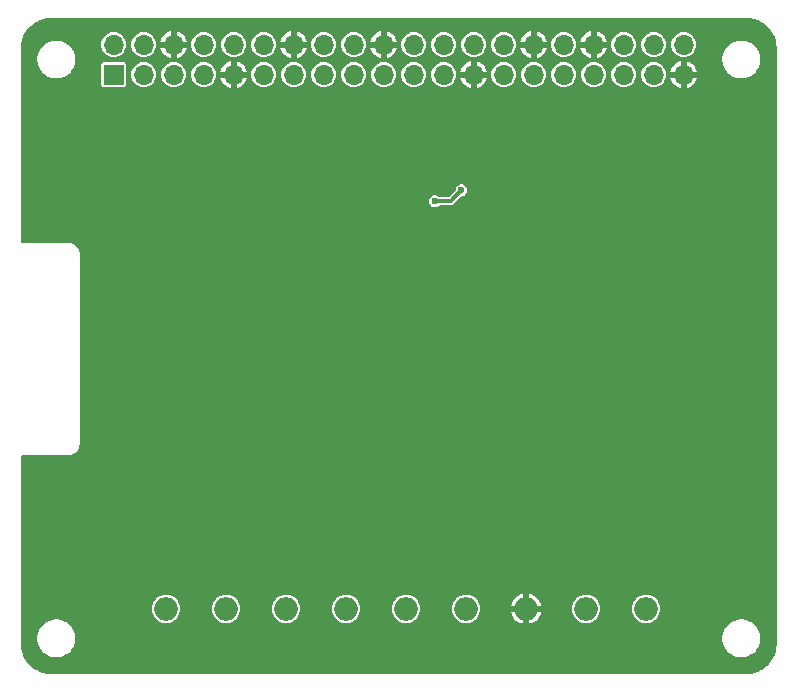
<source format=gbr>
%TF.GenerationSoftware,KiCad,Pcbnew,8.0.9*%
%TF.CreationDate,2025-09-25T17:08:19+07:00*%
%TF.ProjectId,_autosave-CAN_Shield,5f617574-6f73-4617-9665-2d43414e5f53,rev?*%
%TF.SameCoordinates,Original*%
%TF.FileFunction,Copper,L2,Bot*%
%TF.FilePolarity,Positive*%
%FSLAX46Y46*%
G04 Gerber Fmt 4.6, Leading zero omitted, Abs format (unit mm)*
G04 Created by KiCad (PCBNEW 8.0.9) date 2025-09-25 17:08:19*
%MOMM*%
%LPD*%
G01*
G04 APERTURE LIST*
%TA.AperFunction,ComponentPad*%
%ADD10O,2.000000X2.000000*%
%TD*%
%TA.AperFunction,ComponentPad*%
%ADD11R,1.700000X1.700000*%
%TD*%
%TA.AperFunction,ComponentPad*%
%ADD12O,1.700000X1.700000*%
%TD*%
%TA.AperFunction,ViaPad*%
%ADD13C,0.600000*%
%TD*%
%TA.AperFunction,Conductor*%
%ADD14C,0.300000*%
%TD*%
G04 APERTURE END LIST*
D10*
%TO.P,U1,1,1*%
%TO.N,/GPIO2{slash}SDA1*%
X12801600Y5994400D03*
%TO.P,U1,2,2*%
%TO.N,/GPIO3{slash}SCL1*%
X17881600Y5994400D03*
%TO.P,U1,3,3*%
%TO.N,/GPIO14{slash}TXD0*%
X22961600Y5994400D03*
%TO.P,U1,4,4*%
%TO.N,/GPIO15{slash}RXD0*%
X28041600Y5994400D03*
%TO.P,U1,5,5*%
%TO.N,/GPIO17*%
X33121600Y5994400D03*
%TO.P,U1,6,6*%
%TO.N,/GPIO27*%
X38201600Y5994400D03*
%TO.P,U1,7,7*%
%TO.N,GND*%
X43281600Y5994400D03*
%TO.P,U1,8,8*%
%TO.N,/CAN_D+*%
X48361600Y5994400D03*
%TO.P,U1,9,9*%
%TO.N,/CAN_D-*%
X53441600Y5994400D03*
%TD*%
D11*
%TO.P,J1,1,Pin_1*%
%TO.N,+3V3*%
X8370000Y51230000D03*
D12*
%TO.P,J1,2,Pin_2*%
%TO.N,+5V*%
X8370000Y53770000D03*
%TO.P,J1,3,Pin_3*%
%TO.N,/GPIO2{slash}SDA1*%
X10910000Y51230000D03*
%TO.P,J1,4,Pin_4*%
%TO.N,+5V*%
X10910000Y53770000D03*
%TO.P,J1,5,Pin_5*%
%TO.N,/GPIO3{slash}SCL1*%
X13450000Y51230000D03*
%TO.P,J1,6,Pin_6*%
%TO.N,GND*%
X13450000Y53770000D03*
%TO.P,J1,7,Pin_7*%
%TO.N,/GPIO4{slash}GPCLK0*%
X15990000Y51230000D03*
%TO.P,J1,8,Pin_8*%
%TO.N,/GPIO14{slash}TXD0*%
X15990000Y53770000D03*
%TO.P,J1,9,Pin_9*%
%TO.N,GND*%
X18530000Y51230000D03*
%TO.P,J1,10,Pin_10*%
%TO.N,/GPIO15{slash}RXD0*%
X18530000Y53770000D03*
%TO.P,J1,11,Pin_11*%
%TO.N,/GPIO17*%
X21070000Y51230000D03*
%TO.P,J1,12,Pin_12*%
%TO.N,/GPIO18{slash}PCM.CLK*%
X21070000Y53770000D03*
%TO.P,J1,13,Pin_13*%
%TO.N,/GPIO27*%
X23610000Y51230000D03*
%TO.P,J1,14,Pin_14*%
%TO.N,GND*%
X23610000Y53770000D03*
%TO.P,J1,15,Pin_15*%
%TO.N,/GPIO22*%
X26150000Y51230000D03*
%TO.P,J1,16,Pin_16*%
%TO.N,/GPIO23*%
X26150000Y53770000D03*
%TO.P,J1,17,Pin_17*%
%TO.N,+3V3*%
X28690000Y51230000D03*
%TO.P,J1,18,Pin_18*%
%TO.N,/GPIO24*%
X28690000Y53770000D03*
%TO.P,J1,19,Pin_19*%
%TO.N,/GPIO10{slash}SPI0.MOSI*%
X31230000Y51230000D03*
%TO.P,J1,20,Pin_20*%
%TO.N,GND*%
X31230000Y53770000D03*
%TO.P,J1,21,Pin_21*%
%TO.N,/GPIO9{slash}SPI0.MISO*%
X33770000Y51230000D03*
%TO.P,J1,22,Pin_22*%
%TO.N,/GPIO25*%
X33770000Y53770000D03*
%TO.P,J1,23,Pin_23*%
%TO.N,/GPIO11{slash}SPI0.SCLK*%
X36310000Y51230000D03*
%TO.P,J1,24,Pin_24*%
%TO.N,/GPIO8{slash}SPI0.CE0*%
X36310000Y53770000D03*
%TO.P,J1,25,Pin_25*%
%TO.N,GND*%
X38850000Y51230000D03*
%TO.P,J1,26,Pin_26*%
%TO.N,/GPIO7{slash}SPI0.CE1*%
X38850000Y53770000D03*
%TO.P,J1,27,Pin_27*%
%TO.N,/ID_SDA*%
X41390000Y51230000D03*
%TO.P,J1,28,Pin_28*%
%TO.N,/ID_SCL*%
X41390000Y53770000D03*
%TO.P,J1,29,Pin_29*%
%TO.N,/GPIO5*%
X43930000Y51230000D03*
%TO.P,J1,30,Pin_30*%
%TO.N,GND*%
X43930000Y53770000D03*
%TO.P,J1,31,Pin_31*%
%TO.N,/GPIO6*%
X46470000Y51230000D03*
%TO.P,J1,32,Pin_32*%
%TO.N,/GPIO12{slash}PWM0*%
X46470000Y53770000D03*
%TO.P,J1,33,Pin_33*%
%TO.N,/GPIO13{slash}PWM1*%
X49010000Y51230000D03*
%TO.P,J1,34,Pin_34*%
%TO.N,GND*%
X49010000Y53770000D03*
%TO.P,J1,35,Pin_35*%
%TO.N,/GPIO19{slash}PCM.FS*%
X51550000Y51230000D03*
%TO.P,J1,36,Pin_36*%
%TO.N,/GPIO16*%
X51550000Y53770000D03*
%TO.P,J1,37,Pin_37*%
%TO.N,/GPIO26*%
X54090000Y51230000D03*
%TO.P,J1,38,Pin_38*%
%TO.N,/GPIO20{slash}PCM.DIN*%
X54090000Y53770000D03*
%TO.P,J1,39,Pin_39*%
%TO.N,GND*%
X56630000Y51230000D03*
%TO.P,J1,40,Pin_40*%
%TO.N,/GPIO21{slash}PCM.DOUT*%
X56630000Y53770000D03*
%TD*%
D13*
%TO.N,GND*%
X43180000Y45466000D03*
X43332400Y18288000D03*
X58115200Y18237200D03*
X29667200Y35407600D03*
X43365200Y30566800D03*
X53136800Y35509200D03*
X51943000Y41148000D03*
%TO.N,/GPIO11{slash}SPI0.SCLK*%
X37812104Y41435896D03*
X35560000Y40513000D03*
%TD*%
D14*
%TO.N,/GPIO11{slash}SPI0.SCLK*%
X36889207Y40513000D02*
X37812103Y41435896D01*
X35560000Y40513000D02*
X36889207Y40513000D01*
X37812103Y41435896D02*
X37812104Y41435896D01*
%TD*%
%TA.AperFunction,Conductor*%
%TO.N,GND*%
G36*
X62003736Y55999274D02*
G01*
X62293796Y55981729D01*
X62308659Y55979924D01*
X62590798Y55928220D01*
X62605335Y55924637D01*
X62879172Y55839305D01*
X62893163Y55834000D01*
X63154743Y55716273D01*
X63167989Y55709320D01*
X63413465Y55560925D01*
X63425776Y55552427D01*
X63651573Y55375527D01*
X63662781Y55365597D01*
X63865596Y55162782D01*
X63875526Y55151574D01*
X63995481Y54998462D01*
X64052422Y54925783D01*
X64060928Y54913460D01*
X64209316Y54667996D01*
X64216275Y54654737D01*
X64333997Y54393169D01*
X64339306Y54379168D01*
X64424635Y54105337D01*
X64428219Y54090799D01*
X64479923Y53808660D01*
X64481728Y53793795D01*
X64499274Y53503737D01*
X64499500Y53496250D01*
X64499500Y3003751D01*
X64499274Y2996264D01*
X64481728Y2706206D01*
X64479923Y2691341D01*
X64428219Y2409202D01*
X64424635Y2394664D01*
X64339306Y2120833D01*
X64333997Y2106832D01*
X64216275Y1845264D01*
X64209316Y1832005D01*
X64060928Y1586541D01*
X64052422Y1574218D01*
X63875526Y1348427D01*
X63865596Y1337219D01*
X63662781Y1134404D01*
X63651573Y1124474D01*
X63425782Y947578D01*
X63413459Y939072D01*
X63167995Y790684D01*
X63154736Y783725D01*
X62893168Y666003D01*
X62879167Y660694D01*
X62605336Y575365D01*
X62590798Y571781D01*
X62308659Y520077D01*
X62293794Y518272D01*
X62003736Y500726D01*
X61996249Y500500D01*
X3003751Y500500D01*
X2996264Y500726D01*
X2706205Y518272D01*
X2691340Y520077D01*
X2409201Y571781D01*
X2394663Y575365D01*
X2120832Y660694D01*
X2106831Y666003D01*
X1845263Y783725D01*
X1832004Y790684D01*
X1586540Y939072D01*
X1574217Y947578D01*
X1348426Y1124474D01*
X1337218Y1134404D01*
X1134403Y1337219D01*
X1124473Y1348427D01*
X947573Y1574224D01*
X939075Y1586535D01*
X790680Y1832011D01*
X783727Y1845257D01*
X666000Y2106837D01*
X660693Y2120833D01*
X657484Y2131130D01*
X575363Y2394665D01*
X571780Y2409202D01*
X520076Y2691341D01*
X518271Y2706206D01*
X500726Y2996264D01*
X500500Y3003751D01*
X500500Y3625962D01*
X1899500Y3625962D01*
X1899500Y3374039D01*
X1938910Y3125215D01*
X2016760Y2885617D01*
X2095413Y2731253D01*
X2115749Y2691341D01*
X2131132Y2661152D01*
X2279201Y2457351D01*
X2279205Y2457346D01*
X2457345Y2279206D01*
X2457350Y2279202D01*
X2635117Y2150048D01*
X2661155Y2131130D01*
X2804184Y2058253D01*
X2885616Y2016761D01*
X2885618Y2016761D01*
X2885621Y2016759D01*
X3125215Y1938910D01*
X3374038Y1899500D01*
X3374039Y1899500D01*
X3625961Y1899500D01*
X3625962Y1899500D01*
X3874785Y1938910D01*
X4114379Y2016759D01*
X4338845Y2131130D01*
X4542656Y2279207D01*
X4720793Y2457344D01*
X4868870Y2661155D01*
X4983241Y2885621D01*
X5061090Y3125215D01*
X5100500Y3374038D01*
X5100500Y3625962D01*
X59899500Y3625962D01*
X59899500Y3374039D01*
X59938910Y3125215D01*
X60016760Y2885617D01*
X60095413Y2731253D01*
X60115749Y2691341D01*
X60131132Y2661152D01*
X60279201Y2457351D01*
X60279205Y2457346D01*
X60457345Y2279206D01*
X60457350Y2279202D01*
X60635117Y2150048D01*
X60661155Y2131130D01*
X60804184Y2058253D01*
X60885616Y2016761D01*
X60885618Y2016761D01*
X60885621Y2016759D01*
X61125215Y1938910D01*
X61374038Y1899500D01*
X61374039Y1899500D01*
X61625961Y1899500D01*
X61625962Y1899500D01*
X61874785Y1938910D01*
X62114379Y2016759D01*
X62338845Y2131130D01*
X62542656Y2279207D01*
X62720793Y2457344D01*
X62868870Y2661155D01*
X62983241Y2885621D01*
X63061090Y3125215D01*
X63100500Y3374038D01*
X63100500Y3625962D01*
X63061090Y3874785D01*
X62983241Y4114379D01*
X62983239Y4114382D01*
X62983239Y4114384D01*
X62941747Y4195816D01*
X62868870Y4338845D01*
X62849952Y4364883D01*
X62720798Y4542650D01*
X62720794Y4542655D01*
X62542654Y4720795D01*
X62542649Y4720799D01*
X62338848Y4868868D01*
X62338847Y4868869D01*
X62338845Y4868870D01*
X62268747Y4904587D01*
X62114383Y4983240D01*
X61874785Y5061090D01*
X61625962Y5100500D01*
X61374038Y5100500D01*
X61249626Y5080795D01*
X61125214Y5061090D01*
X60885616Y4983240D01*
X60661151Y4868868D01*
X60457350Y4720799D01*
X60457345Y4720795D01*
X60279205Y4542655D01*
X60279201Y4542650D01*
X60131132Y4338849D01*
X60016760Y4114384D01*
X59938910Y3874786D01*
X59899500Y3625962D01*
X5100500Y3625962D01*
X5061090Y3874785D01*
X4983241Y4114379D01*
X4983239Y4114382D01*
X4983239Y4114384D01*
X4941747Y4195816D01*
X4868870Y4338845D01*
X4849952Y4364883D01*
X4720798Y4542650D01*
X4720794Y4542655D01*
X4542654Y4720795D01*
X4542649Y4720799D01*
X4338848Y4868868D01*
X4338847Y4868869D01*
X4338845Y4868870D01*
X4268747Y4904587D01*
X4114383Y4983240D01*
X3874785Y5061090D01*
X3625962Y5100500D01*
X3374038Y5100500D01*
X3249626Y5080795D01*
X3125214Y5061090D01*
X2885616Y4983240D01*
X2661151Y4868868D01*
X2457350Y4720799D01*
X2457345Y4720795D01*
X2279205Y4542655D01*
X2279201Y4542650D01*
X2131132Y4338849D01*
X2016760Y4114384D01*
X1938910Y3874786D01*
X1899500Y3625962D01*
X500500Y3625962D01*
X500500Y5994401D01*
X11595957Y5994401D01*
X11595957Y5994400D01*
X11616484Y5772865D01*
X11616485Y5772863D01*
X11677369Y5558877D01*
X11677375Y5558862D01*
X11776538Y5359717D01*
X11776543Y5359709D01*
X11910620Y5182162D01*
X12075037Y5032277D01*
X12075039Y5032275D01*
X12264195Y4915155D01*
X12264196Y4915155D01*
X12264199Y4915153D01*
X12471660Y4834782D01*
X12690357Y4793900D01*
X12690359Y4793900D01*
X12912841Y4793900D01*
X12912843Y4793900D01*
X13131540Y4834782D01*
X13339001Y4915153D01*
X13528162Y5032276D01*
X13692581Y5182164D01*
X13826658Y5359711D01*
X13925829Y5558872D01*
X13986715Y5772864D01*
X14007243Y5994400D01*
X14007243Y5994401D01*
X16675957Y5994401D01*
X16675957Y5994400D01*
X16696484Y5772865D01*
X16696485Y5772863D01*
X16757369Y5558877D01*
X16757375Y5558862D01*
X16856538Y5359717D01*
X16856543Y5359709D01*
X16990620Y5182162D01*
X17155037Y5032277D01*
X17155039Y5032275D01*
X17344195Y4915155D01*
X17344196Y4915155D01*
X17344199Y4915153D01*
X17551660Y4834782D01*
X17770357Y4793900D01*
X17770359Y4793900D01*
X17992841Y4793900D01*
X17992843Y4793900D01*
X18211540Y4834782D01*
X18419001Y4915153D01*
X18608162Y5032276D01*
X18772581Y5182164D01*
X18906658Y5359711D01*
X19005829Y5558872D01*
X19066715Y5772864D01*
X19087243Y5994400D01*
X19087243Y5994401D01*
X21755957Y5994401D01*
X21755957Y5994400D01*
X21776484Y5772865D01*
X21776485Y5772863D01*
X21837369Y5558877D01*
X21837375Y5558862D01*
X21936538Y5359717D01*
X21936543Y5359709D01*
X22070620Y5182162D01*
X22235037Y5032277D01*
X22235039Y5032275D01*
X22424195Y4915155D01*
X22424196Y4915155D01*
X22424199Y4915153D01*
X22631660Y4834782D01*
X22850357Y4793900D01*
X22850359Y4793900D01*
X23072841Y4793900D01*
X23072843Y4793900D01*
X23291540Y4834782D01*
X23499001Y4915153D01*
X23688162Y5032276D01*
X23852581Y5182164D01*
X23986658Y5359711D01*
X24085829Y5558872D01*
X24146715Y5772864D01*
X24167243Y5994400D01*
X24167243Y5994401D01*
X26835957Y5994401D01*
X26835957Y5994400D01*
X26856484Y5772865D01*
X26856485Y5772863D01*
X26917369Y5558877D01*
X26917375Y5558862D01*
X27016538Y5359717D01*
X27016543Y5359709D01*
X27150620Y5182162D01*
X27315037Y5032277D01*
X27315039Y5032275D01*
X27504195Y4915155D01*
X27504196Y4915155D01*
X27504199Y4915153D01*
X27711660Y4834782D01*
X27930357Y4793900D01*
X27930359Y4793900D01*
X28152841Y4793900D01*
X28152843Y4793900D01*
X28371540Y4834782D01*
X28579001Y4915153D01*
X28768162Y5032276D01*
X28932581Y5182164D01*
X29066658Y5359711D01*
X29165829Y5558872D01*
X29226715Y5772864D01*
X29247243Y5994400D01*
X29247243Y5994401D01*
X31915957Y5994401D01*
X31915957Y5994400D01*
X31936484Y5772865D01*
X31936485Y5772863D01*
X31997369Y5558877D01*
X31997375Y5558862D01*
X32096538Y5359717D01*
X32096543Y5359709D01*
X32230620Y5182162D01*
X32395037Y5032277D01*
X32395039Y5032275D01*
X32584195Y4915155D01*
X32584196Y4915155D01*
X32584199Y4915153D01*
X32791660Y4834782D01*
X33010357Y4793900D01*
X33010359Y4793900D01*
X33232841Y4793900D01*
X33232843Y4793900D01*
X33451540Y4834782D01*
X33659001Y4915153D01*
X33848162Y5032276D01*
X34012581Y5182164D01*
X34146658Y5359711D01*
X34245829Y5558872D01*
X34306715Y5772864D01*
X34327243Y5994400D01*
X34327243Y5994401D01*
X36995957Y5994401D01*
X36995957Y5994400D01*
X37016484Y5772865D01*
X37016485Y5772863D01*
X37077369Y5558877D01*
X37077375Y5558862D01*
X37176538Y5359717D01*
X37176543Y5359709D01*
X37310620Y5182162D01*
X37475037Y5032277D01*
X37475039Y5032275D01*
X37664195Y4915155D01*
X37664196Y4915155D01*
X37664199Y4915153D01*
X37871660Y4834782D01*
X38090357Y4793900D01*
X38090359Y4793900D01*
X38312841Y4793900D01*
X38312843Y4793900D01*
X38531540Y4834782D01*
X38739001Y4915153D01*
X38928162Y5032276D01*
X39092581Y5182164D01*
X39226658Y5359711D01*
X39325829Y5558872D01*
X39386715Y5772864D01*
X39407243Y5994400D01*
X39386715Y6215936D01*
X39378616Y6244401D01*
X42002727Y6244401D01*
X42002728Y6244400D01*
X42627479Y6244400D01*
X42608501Y6198582D01*
X42581600Y6063344D01*
X42581600Y5925456D01*
X42608501Y5790218D01*
X42627479Y5744400D01*
X42002728Y5744400D01*
X42055330Y5548083D01*
X42055334Y5548074D01*
X42151465Y5341918D01*
X42281942Y5155580D01*
X42442779Y4994743D01*
X42629117Y4864266D01*
X42835273Y4768135D01*
X42835282Y4768131D01*
X43031599Y4715528D01*
X43031600Y4715529D01*
X43031600Y5340280D01*
X43077418Y5321301D01*
X43212656Y5294400D01*
X43350544Y5294400D01*
X43485782Y5321301D01*
X43531600Y5340280D01*
X43531600Y4715528D01*
X43727917Y4768131D01*
X43727926Y4768135D01*
X43934082Y4864266D01*
X44120420Y4994743D01*
X44281257Y5155580D01*
X44411734Y5341918D01*
X44507865Y5548074D01*
X44507869Y5548083D01*
X44560472Y5744400D01*
X43935721Y5744400D01*
X43954699Y5790218D01*
X43981600Y5925456D01*
X43981600Y5994401D01*
X47155957Y5994401D01*
X47155957Y5994400D01*
X47176484Y5772865D01*
X47176485Y5772863D01*
X47237369Y5558877D01*
X47237375Y5558862D01*
X47336538Y5359717D01*
X47336543Y5359709D01*
X47470620Y5182162D01*
X47635037Y5032277D01*
X47635039Y5032275D01*
X47824195Y4915155D01*
X47824196Y4915155D01*
X47824199Y4915153D01*
X48031660Y4834782D01*
X48250357Y4793900D01*
X48250359Y4793900D01*
X48472841Y4793900D01*
X48472843Y4793900D01*
X48691540Y4834782D01*
X48899001Y4915153D01*
X49088162Y5032276D01*
X49252581Y5182164D01*
X49386658Y5359711D01*
X49485829Y5558872D01*
X49546715Y5772864D01*
X49567243Y5994400D01*
X49567243Y5994401D01*
X52235957Y5994401D01*
X52235957Y5994400D01*
X52256484Y5772865D01*
X52256485Y5772863D01*
X52317369Y5558877D01*
X52317375Y5558862D01*
X52416538Y5359717D01*
X52416543Y5359709D01*
X52550620Y5182162D01*
X52715037Y5032277D01*
X52715039Y5032275D01*
X52904195Y4915155D01*
X52904196Y4915155D01*
X52904199Y4915153D01*
X53111660Y4834782D01*
X53330357Y4793900D01*
X53330359Y4793900D01*
X53552841Y4793900D01*
X53552843Y4793900D01*
X53771540Y4834782D01*
X53979001Y4915153D01*
X54168162Y5032276D01*
X54332581Y5182164D01*
X54466658Y5359711D01*
X54565829Y5558872D01*
X54626715Y5772864D01*
X54647243Y5994400D01*
X54626715Y6215936D01*
X54565829Y6429928D01*
X54560503Y6440624D01*
X54466661Y6629084D01*
X54466656Y6629092D01*
X54332579Y6806639D01*
X54168162Y6956524D01*
X54168160Y6956526D01*
X53979004Y7073646D01*
X53978998Y7073648D01*
X53771540Y7154018D01*
X53552843Y7194900D01*
X53330357Y7194900D01*
X53111660Y7154018D01*
X53035556Y7124535D01*
X52904201Y7073648D01*
X52904195Y7073646D01*
X52715039Y6956526D01*
X52715037Y6956524D01*
X52550620Y6806639D01*
X52416543Y6629092D01*
X52416538Y6629084D01*
X52317375Y6429939D01*
X52317369Y6429924D01*
X52256485Y6215938D01*
X52256484Y6215936D01*
X52235957Y5994401D01*
X49567243Y5994401D01*
X49546715Y6215936D01*
X49485829Y6429928D01*
X49480503Y6440624D01*
X49386661Y6629084D01*
X49386656Y6629092D01*
X49252579Y6806639D01*
X49088162Y6956524D01*
X49088160Y6956526D01*
X48899004Y7073646D01*
X48898998Y7073648D01*
X48691540Y7154018D01*
X48472843Y7194900D01*
X48250357Y7194900D01*
X48031660Y7154018D01*
X47955556Y7124535D01*
X47824201Y7073648D01*
X47824195Y7073646D01*
X47635039Y6956526D01*
X47635037Y6956524D01*
X47470620Y6806639D01*
X47336543Y6629092D01*
X47336538Y6629084D01*
X47237375Y6429939D01*
X47237369Y6429924D01*
X47176485Y6215938D01*
X47176484Y6215936D01*
X47155957Y5994401D01*
X43981600Y5994401D01*
X43981600Y6063344D01*
X43954699Y6198582D01*
X43935721Y6244400D01*
X44560472Y6244400D01*
X44560472Y6244401D01*
X44507869Y6440718D01*
X44507865Y6440727D01*
X44411734Y6646883D01*
X44281257Y6833221D01*
X44120420Y6994058D01*
X43934082Y7124535D01*
X43727928Y7220666D01*
X43531600Y7273273D01*
X43531600Y6648521D01*
X43485782Y6667499D01*
X43350544Y6694400D01*
X43212656Y6694400D01*
X43077418Y6667499D01*
X43031600Y6648521D01*
X43031600Y7273273D01*
X42835271Y7220666D01*
X42629117Y7124535D01*
X42442779Y6994058D01*
X42281942Y6833221D01*
X42151465Y6646883D01*
X42055334Y6440727D01*
X42055330Y6440718D01*
X42002727Y6244401D01*
X39378616Y6244401D01*
X39325829Y6429928D01*
X39320503Y6440624D01*
X39226661Y6629084D01*
X39226656Y6629092D01*
X39092579Y6806639D01*
X38928162Y6956524D01*
X38928160Y6956526D01*
X38739004Y7073646D01*
X38738998Y7073648D01*
X38531540Y7154018D01*
X38312843Y7194900D01*
X38090357Y7194900D01*
X37871660Y7154018D01*
X37795556Y7124535D01*
X37664201Y7073648D01*
X37664195Y7073646D01*
X37475039Y6956526D01*
X37475037Y6956524D01*
X37310620Y6806639D01*
X37176543Y6629092D01*
X37176538Y6629084D01*
X37077375Y6429939D01*
X37077369Y6429924D01*
X37016485Y6215938D01*
X37016484Y6215936D01*
X36995957Y5994401D01*
X34327243Y5994401D01*
X34306715Y6215936D01*
X34245829Y6429928D01*
X34240503Y6440624D01*
X34146661Y6629084D01*
X34146656Y6629092D01*
X34012579Y6806639D01*
X33848162Y6956524D01*
X33848160Y6956526D01*
X33659004Y7073646D01*
X33658998Y7073648D01*
X33451540Y7154018D01*
X33232843Y7194900D01*
X33010357Y7194900D01*
X32791660Y7154018D01*
X32715556Y7124535D01*
X32584201Y7073648D01*
X32584195Y7073646D01*
X32395039Y6956526D01*
X32395037Y6956524D01*
X32230620Y6806639D01*
X32096543Y6629092D01*
X32096538Y6629084D01*
X31997375Y6429939D01*
X31997369Y6429924D01*
X31936485Y6215938D01*
X31936484Y6215936D01*
X31915957Y5994401D01*
X29247243Y5994401D01*
X29226715Y6215936D01*
X29165829Y6429928D01*
X29160503Y6440624D01*
X29066661Y6629084D01*
X29066656Y6629092D01*
X28932579Y6806639D01*
X28768162Y6956524D01*
X28768160Y6956526D01*
X28579004Y7073646D01*
X28578998Y7073648D01*
X28371540Y7154018D01*
X28152843Y7194900D01*
X27930357Y7194900D01*
X27711660Y7154018D01*
X27635556Y7124535D01*
X27504201Y7073648D01*
X27504195Y7073646D01*
X27315039Y6956526D01*
X27315037Y6956524D01*
X27150620Y6806639D01*
X27016543Y6629092D01*
X27016538Y6629084D01*
X26917375Y6429939D01*
X26917369Y6429924D01*
X26856485Y6215938D01*
X26856484Y6215936D01*
X26835957Y5994401D01*
X24167243Y5994401D01*
X24146715Y6215936D01*
X24085829Y6429928D01*
X24080503Y6440624D01*
X23986661Y6629084D01*
X23986656Y6629092D01*
X23852579Y6806639D01*
X23688162Y6956524D01*
X23688160Y6956526D01*
X23499004Y7073646D01*
X23498998Y7073648D01*
X23291540Y7154018D01*
X23072843Y7194900D01*
X22850357Y7194900D01*
X22631660Y7154018D01*
X22555556Y7124535D01*
X22424201Y7073648D01*
X22424195Y7073646D01*
X22235039Y6956526D01*
X22235037Y6956524D01*
X22070620Y6806639D01*
X21936543Y6629092D01*
X21936538Y6629084D01*
X21837375Y6429939D01*
X21837369Y6429924D01*
X21776485Y6215938D01*
X21776484Y6215936D01*
X21755957Y5994401D01*
X19087243Y5994401D01*
X19066715Y6215936D01*
X19005829Y6429928D01*
X19000503Y6440624D01*
X18906661Y6629084D01*
X18906656Y6629092D01*
X18772579Y6806639D01*
X18608162Y6956524D01*
X18608160Y6956526D01*
X18419004Y7073646D01*
X18418998Y7073648D01*
X18211540Y7154018D01*
X17992843Y7194900D01*
X17770357Y7194900D01*
X17551660Y7154018D01*
X17475556Y7124535D01*
X17344201Y7073648D01*
X17344195Y7073646D01*
X17155039Y6956526D01*
X17155037Y6956524D01*
X16990620Y6806639D01*
X16856543Y6629092D01*
X16856538Y6629084D01*
X16757375Y6429939D01*
X16757369Y6429924D01*
X16696485Y6215938D01*
X16696484Y6215936D01*
X16675957Y5994401D01*
X14007243Y5994401D01*
X13986715Y6215936D01*
X13925829Y6429928D01*
X13920503Y6440624D01*
X13826661Y6629084D01*
X13826656Y6629092D01*
X13692579Y6806639D01*
X13528162Y6956524D01*
X13528160Y6956526D01*
X13339004Y7073646D01*
X13338998Y7073648D01*
X13131540Y7154018D01*
X12912843Y7194900D01*
X12690357Y7194900D01*
X12471660Y7154018D01*
X12395556Y7124535D01*
X12264201Y7073648D01*
X12264195Y7073646D01*
X12075039Y6956526D01*
X12075037Y6956524D01*
X11910620Y6806639D01*
X11776543Y6629092D01*
X11776538Y6629084D01*
X11677375Y6429939D01*
X11677369Y6429924D01*
X11616485Y6215938D01*
X11616484Y6215936D01*
X11595957Y5994401D01*
X500500Y5994401D01*
X500500Y18875500D01*
X520185Y18942539D01*
X572989Y18988294D01*
X624500Y18999500D01*
X4587528Y18999500D01*
X4587532Y18999500D01*
X4759938Y19029899D01*
X4924445Y19089775D01*
X5076055Y19177308D01*
X5210163Y19289837D01*
X5322692Y19423945D01*
X5410225Y19575555D01*
X5470101Y19740062D01*
X5500500Y19912468D01*
X5500500Y20000000D01*
X5500500Y20065892D01*
X5500500Y36065892D01*
X5500500Y36087532D01*
X5470101Y36259938D01*
X5410225Y36424445D01*
X5322692Y36576055D01*
X5322691Y36576057D01*
X5322690Y36576058D01*
X5210163Y36710164D01*
X5076057Y36822691D01*
X4924446Y36910225D01*
X4759937Y36970102D01*
X4587534Y37000500D01*
X4587532Y37000500D01*
X4565892Y37000500D01*
X624500Y37000500D01*
X557461Y37020185D01*
X511706Y37072989D01*
X500500Y37124500D01*
X500500Y40513000D01*
X35054353Y40513000D01*
X35074834Y40370544D01*
X35134622Y40239629D01*
X35134623Y40239627D01*
X35228872Y40130857D01*
X35349947Y40053047D01*
X35349950Y40053046D01*
X35349949Y40053046D01*
X35488036Y40012501D01*
X35488038Y40012500D01*
X35488039Y40012500D01*
X35631962Y40012500D01*
X35631962Y40012501D01*
X35770053Y40053047D01*
X35891128Y40130857D01*
X35891136Y40130867D01*
X35892688Y40132210D01*
X35894572Y40133071D01*
X35898589Y40135652D01*
X35898960Y40135075D01*
X35956243Y40161237D01*
X35973895Y40162500D01*
X36935349Y40162500D01*
X36935351Y40162500D01*
X37024495Y40186386D01*
X37104419Y40232530D01*
X37770966Y40899077D01*
X37832289Y40932562D01*
X37858647Y40935396D01*
X37884066Y40935396D01*
X37884066Y40935397D01*
X38022157Y40975943D01*
X38143232Y41053753D01*
X38237481Y41162523D01*
X38297269Y41293439D01*
X38317751Y41435896D01*
X38297269Y41578353D01*
X38237481Y41709269D01*
X38143232Y41818039D01*
X38022157Y41895849D01*
X38022155Y41895850D01*
X38022153Y41895851D01*
X38022154Y41895851D01*
X37884067Y41936396D01*
X37884065Y41936396D01*
X37740143Y41936396D01*
X37740140Y41936396D01*
X37602053Y41895851D01*
X37480977Y41818040D01*
X37386727Y41709270D01*
X37386726Y41709268D01*
X37326938Y41578353D01*
X37310657Y41465111D01*
X37281632Y41401555D01*
X37275600Y41395077D01*
X36780344Y40899819D01*
X36719021Y40866334D01*
X36692663Y40863500D01*
X35973895Y40863500D01*
X35906856Y40883185D01*
X35892688Y40893790D01*
X35891132Y40895138D01*
X35891128Y40895143D01*
X35770053Y40972953D01*
X35770051Y40972954D01*
X35770049Y40972955D01*
X35770050Y40972955D01*
X35631963Y41013500D01*
X35631961Y41013500D01*
X35488039Y41013500D01*
X35488036Y41013500D01*
X35349949Y40972955D01*
X35228873Y40895144D01*
X35134623Y40786374D01*
X35134622Y40786372D01*
X35074834Y40655457D01*
X35054353Y40513000D01*
X500500Y40513000D01*
X500500Y52625962D01*
X1899500Y52625962D01*
X1899500Y52374038D01*
X1926237Y52205231D01*
X1938910Y52125215D01*
X2016760Y51885617D01*
X2131132Y51661152D01*
X2279201Y51457351D01*
X2279205Y51457346D01*
X2457345Y51279206D01*
X2457350Y51279202D01*
X2615674Y51164174D01*
X2661155Y51131130D01*
X2804184Y51058253D01*
X2885616Y51016761D01*
X2885618Y51016761D01*
X2885621Y51016759D01*
X3125215Y50938910D01*
X3374038Y50899500D01*
X3374039Y50899500D01*
X3625961Y50899500D01*
X3625962Y50899500D01*
X3874785Y50938910D01*
X4114379Y51016759D01*
X4338845Y51131130D01*
X4542656Y51279207D01*
X4720793Y51457344D01*
X4868870Y51661155D01*
X4983241Y51885621D01*
X5052817Y52099753D01*
X7319500Y52099753D01*
X7319500Y50360248D01*
X7331131Y50301771D01*
X7331132Y50301770D01*
X7375447Y50235448D01*
X7441769Y50191133D01*
X7441770Y50191132D01*
X7500247Y50179501D01*
X7500250Y50179500D01*
X7500252Y50179500D01*
X9239750Y50179500D01*
X9239751Y50179501D01*
X9254568Y50182448D01*
X9298229Y50191132D01*
X9298229Y50191133D01*
X9298231Y50191133D01*
X9364552Y50235448D01*
X9408867Y50301769D01*
X9408867Y50301771D01*
X9408868Y50301771D01*
X9420499Y50360248D01*
X9420500Y50360250D01*
X9420500Y51230000D01*
X9854417Y51230000D01*
X9874699Y51024068D01*
X9888067Y50980000D01*
X9934768Y50826046D01*
X10032315Y50643550D01*
X10032317Y50643548D01*
X10163589Y50483590D01*
X10202169Y50451929D01*
X10323550Y50352315D01*
X10506046Y50254768D01*
X10704066Y50194700D01*
X10704065Y50194700D01*
X10722529Y50192882D01*
X10910000Y50174417D01*
X11115934Y50194700D01*
X11313954Y50254768D01*
X11496450Y50352315D01*
X11656410Y50483590D01*
X11787685Y50643550D01*
X11885232Y50826046D01*
X11945300Y51024066D01*
X11965583Y51230000D01*
X12394417Y51230000D01*
X12414699Y51024068D01*
X12428067Y50980000D01*
X12474768Y50826046D01*
X12572315Y50643550D01*
X12572317Y50643548D01*
X12703589Y50483590D01*
X12742169Y50451929D01*
X12863550Y50352315D01*
X13046046Y50254768D01*
X13244066Y50194700D01*
X13244065Y50194700D01*
X13262529Y50192882D01*
X13450000Y50174417D01*
X13655934Y50194700D01*
X13853954Y50254768D01*
X14036450Y50352315D01*
X14196410Y50483590D01*
X14327685Y50643550D01*
X14425232Y50826046D01*
X14485300Y51024066D01*
X14505583Y51230000D01*
X14934417Y51230000D01*
X14954699Y51024068D01*
X14968067Y50980000D01*
X15014768Y50826046D01*
X15112315Y50643550D01*
X15112317Y50643548D01*
X15243589Y50483590D01*
X15282169Y50451929D01*
X15403550Y50352315D01*
X15586046Y50254768D01*
X15784066Y50194700D01*
X15784065Y50194700D01*
X15802529Y50192882D01*
X15990000Y50174417D01*
X16195934Y50194700D01*
X16393954Y50254768D01*
X16576450Y50352315D01*
X16736410Y50483590D01*
X16867685Y50643550D01*
X16965232Y50826046D01*
X17025300Y51024066D01*
X17045583Y51230000D01*
X17025300Y51435934D01*
X17011933Y51480001D01*
X17405487Y51480001D01*
X17405488Y51480000D01*
X18096988Y51480000D01*
X18064075Y51422993D01*
X18030000Y51295826D01*
X18030000Y51164174D01*
X18064075Y51037007D01*
X18096988Y50980000D01*
X17405488Y50980000D01*
X17453062Y50812795D01*
X17453067Y50812782D01*
X17548061Y50622009D01*
X17676500Y50451929D01*
X17834000Y50308349D01*
X17834002Y50308347D01*
X18015201Y50196154D01*
X18015207Y50196151D01*
X18213941Y50119162D01*
X18280000Y50106814D01*
X18280000Y50796988D01*
X18337007Y50764075D01*
X18464174Y50730000D01*
X18595826Y50730000D01*
X18722993Y50764075D01*
X18780000Y50796988D01*
X18780000Y50106815D01*
X18846058Y50119162D01*
X19044792Y50196151D01*
X19044798Y50196154D01*
X19225997Y50308347D01*
X19225999Y50308349D01*
X19383499Y50451929D01*
X19511938Y50622009D01*
X19606932Y50812782D01*
X19606937Y50812795D01*
X19654512Y50980000D01*
X18963012Y50980000D01*
X18995925Y51037007D01*
X19030000Y51164174D01*
X19030000Y51230000D01*
X20014417Y51230000D01*
X20034699Y51024068D01*
X20048067Y50980000D01*
X20094768Y50826046D01*
X20192315Y50643550D01*
X20192317Y50643548D01*
X20323589Y50483590D01*
X20362169Y50451929D01*
X20483550Y50352315D01*
X20666046Y50254768D01*
X20864066Y50194700D01*
X20864065Y50194700D01*
X20882529Y50192882D01*
X21070000Y50174417D01*
X21275934Y50194700D01*
X21473954Y50254768D01*
X21656450Y50352315D01*
X21816410Y50483590D01*
X21947685Y50643550D01*
X22045232Y50826046D01*
X22105300Y51024066D01*
X22125583Y51230000D01*
X22554417Y51230000D01*
X22574699Y51024068D01*
X22588067Y50980000D01*
X22634768Y50826046D01*
X22732315Y50643550D01*
X22732317Y50643548D01*
X22863589Y50483590D01*
X22902169Y50451929D01*
X23023550Y50352315D01*
X23206046Y50254768D01*
X23404066Y50194700D01*
X23404065Y50194700D01*
X23422529Y50192882D01*
X23610000Y50174417D01*
X23815934Y50194700D01*
X24013954Y50254768D01*
X24196450Y50352315D01*
X24356410Y50483590D01*
X24487685Y50643550D01*
X24585232Y50826046D01*
X24645300Y51024066D01*
X24665583Y51230000D01*
X25094417Y51230000D01*
X25114699Y51024068D01*
X25128067Y50980000D01*
X25174768Y50826046D01*
X25272315Y50643550D01*
X25272317Y50643548D01*
X25403589Y50483590D01*
X25442169Y50451929D01*
X25563550Y50352315D01*
X25746046Y50254768D01*
X25944066Y50194700D01*
X25944065Y50194700D01*
X25962529Y50192882D01*
X26150000Y50174417D01*
X26355934Y50194700D01*
X26553954Y50254768D01*
X26736450Y50352315D01*
X26896410Y50483590D01*
X27027685Y50643550D01*
X27125232Y50826046D01*
X27185300Y51024066D01*
X27205583Y51230000D01*
X27634417Y51230000D01*
X27654699Y51024068D01*
X27668067Y50980000D01*
X27714768Y50826046D01*
X27812315Y50643550D01*
X27812317Y50643548D01*
X27943589Y50483590D01*
X27982169Y50451929D01*
X28103550Y50352315D01*
X28286046Y50254768D01*
X28484066Y50194700D01*
X28484065Y50194700D01*
X28502529Y50192882D01*
X28690000Y50174417D01*
X28895934Y50194700D01*
X29093954Y50254768D01*
X29276450Y50352315D01*
X29436410Y50483590D01*
X29567685Y50643550D01*
X29665232Y50826046D01*
X29725300Y51024066D01*
X29745583Y51230000D01*
X30174417Y51230000D01*
X30194699Y51024068D01*
X30208067Y50980000D01*
X30254768Y50826046D01*
X30352315Y50643550D01*
X30352317Y50643548D01*
X30483589Y50483590D01*
X30522169Y50451929D01*
X30643550Y50352315D01*
X30826046Y50254768D01*
X31024066Y50194700D01*
X31024065Y50194700D01*
X31042529Y50192882D01*
X31230000Y50174417D01*
X31435934Y50194700D01*
X31633954Y50254768D01*
X31816450Y50352315D01*
X31976410Y50483590D01*
X32107685Y50643550D01*
X32205232Y50826046D01*
X32265300Y51024066D01*
X32285583Y51230000D01*
X32714417Y51230000D01*
X32734699Y51024068D01*
X32748067Y50980000D01*
X32794768Y50826046D01*
X32892315Y50643550D01*
X32892317Y50643548D01*
X33023589Y50483590D01*
X33062169Y50451929D01*
X33183550Y50352315D01*
X33366046Y50254768D01*
X33564066Y50194700D01*
X33564065Y50194700D01*
X33582529Y50192882D01*
X33770000Y50174417D01*
X33975934Y50194700D01*
X34173954Y50254768D01*
X34356450Y50352315D01*
X34516410Y50483590D01*
X34647685Y50643550D01*
X34745232Y50826046D01*
X34805300Y51024066D01*
X34825583Y51230000D01*
X35254417Y51230000D01*
X35274699Y51024068D01*
X35288067Y50980000D01*
X35334768Y50826046D01*
X35432315Y50643550D01*
X35432317Y50643548D01*
X35563589Y50483590D01*
X35602169Y50451929D01*
X35723550Y50352315D01*
X35906046Y50254768D01*
X36104066Y50194700D01*
X36104065Y50194700D01*
X36122529Y50192882D01*
X36310000Y50174417D01*
X36515934Y50194700D01*
X36713954Y50254768D01*
X36896450Y50352315D01*
X37056410Y50483590D01*
X37187685Y50643550D01*
X37285232Y50826046D01*
X37345300Y51024066D01*
X37365583Y51230000D01*
X37345300Y51435934D01*
X37331933Y51480001D01*
X37725487Y51480001D01*
X37725488Y51480000D01*
X38416988Y51480000D01*
X38384075Y51422993D01*
X38350000Y51295826D01*
X38350000Y51164174D01*
X38384075Y51037007D01*
X38416988Y50980000D01*
X37725488Y50980000D01*
X37773062Y50812795D01*
X37773067Y50812782D01*
X37868061Y50622009D01*
X37996500Y50451929D01*
X38154000Y50308349D01*
X38154002Y50308347D01*
X38335201Y50196154D01*
X38335207Y50196151D01*
X38533941Y50119162D01*
X38600000Y50106814D01*
X38600000Y50796988D01*
X38657007Y50764075D01*
X38784174Y50730000D01*
X38915826Y50730000D01*
X39042993Y50764075D01*
X39100000Y50796988D01*
X39100000Y50106814D01*
X39166058Y50119162D01*
X39364792Y50196151D01*
X39364798Y50196154D01*
X39545997Y50308347D01*
X39545999Y50308349D01*
X39703499Y50451929D01*
X39831938Y50622009D01*
X39926932Y50812782D01*
X39926937Y50812795D01*
X39974512Y50980000D01*
X39283012Y50980000D01*
X39315925Y51037007D01*
X39350000Y51164174D01*
X39350000Y51230000D01*
X40334417Y51230000D01*
X40354699Y51024068D01*
X40368067Y50980000D01*
X40414768Y50826046D01*
X40512315Y50643550D01*
X40512317Y50643548D01*
X40643589Y50483590D01*
X40682169Y50451929D01*
X40803550Y50352315D01*
X40986046Y50254768D01*
X41184066Y50194700D01*
X41184065Y50194700D01*
X41202529Y50192882D01*
X41390000Y50174417D01*
X41595934Y50194700D01*
X41793954Y50254768D01*
X41976450Y50352315D01*
X42136410Y50483590D01*
X42267685Y50643550D01*
X42365232Y50826046D01*
X42425300Y51024066D01*
X42445583Y51230000D01*
X42874417Y51230000D01*
X42894699Y51024068D01*
X42908067Y50980000D01*
X42954768Y50826046D01*
X43052315Y50643550D01*
X43052317Y50643548D01*
X43183589Y50483590D01*
X43222169Y50451929D01*
X43343550Y50352315D01*
X43526046Y50254768D01*
X43724066Y50194700D01*
X43724065Y50194700D01*
X43742529Y50192882D01*
X43930000Y50174417D01*
X44135934Y50194700D01*
X44333954Y50254768D01*
X44516450Y50352315D01*
X44676410Y50483590D01*
X44807685Y50643550D01*
X44905232Y50826046D01*
X44965300Y51024066D01*
X44985583Y51230000D01*
X45414417Y51230000D01*
X45434699Y51024068D01*
X45448067Y50980000D01*
X45494768Y50826046D01*
X45592315Y50643550D01*
X45592317Y50643548D01*
X45723589Y50483590D01*
X45762169Y50451929D01*
X45883550Y50352315D01*
X46066046Y50254768D01*
X46264066Y50194700D01*
X46264065Y50194700D01*
X46282529Y50192882D01*
X46470000Y50174417D01*
X46675934Y50194700D01*
X46873954Y50254768D01*
X47056450Y50352315D01*
X47216410Y50483590D01*
X47347685Y50643550D01*
X47445232Y50826046D01*
X47505300Y51024066D01*
X47525583Y51230000D01*
X47954417Y51230000D01*
X47974699Y51024068D01*
X47988067Y50980000D01*
X48034768Y50826046D01*
X48132315Y50643550D01*
X48132317Y50643548D01*
X48263589Y50483590D01*
X48302169Y50451929D01*
X48423550Y50352315D01*
X48606046Y50254768D01*
X48804066Y50194700D01*
X48804065Y50194700D01*
X48822529Y50192882D01*
X49010000Y50174417D01*
X49215934Y50194700D01*
X49413954Y50254768D01*
X49596450Y50352315D01*
X49756410Y50483590D01*
X49887685Y50643550D01*
X49985232Y50826046D01*
X50045300Y51024066D01*
X50065583Y51230000D01*
X50494417Y51230000D01*
X50514699Y51024068D01*
X50528067Y50980000D01*
X50574768Y50826046D01*
X50672315Y50643550D01*
X50672317Y50643548D01*
X50803589Y50483590D01*
X50842169Y50451929D01*
X50963550Y50352315D01*
X51146046Y50254768D01*
X51344066Y50194700D01*
X51344065Y50194700D01*
X51362529Y50192882D01*
X51550000Y50174417D01*
X51755934Y50194700D01*
X51953954Y50254768D01*
X52136450Y50352315D01*
X52296410Y50483590D01*
X52427685Y50643550D01*
X52525232Y50826046D01*
X52585300Y51024066D01*
X52605583Y51230000D01*
X53034417Y51230000D01*
X53054699Y51024068D01*
X53068067Y50980000D01*
X53114768Y50826046D01*
X53212315Y50643550D01*
X53212317Y50643548D01*
X53343589Y50483590D01*
X53382169Y50451929D01*
X53503550Y50352315D01*
X53686046Y50254768D01*
X53884066Y50194700D01*
X53884065Y50194700D01*
X53902529Y50192882D01*
X54090000Y50174417D01*
X54295934Y50194700D01*
X54493954Y50254768D01*
X54676450Y50352315D01*
X54836410Y50483590D01*
X54967685Y50643550D01*
X55065232Y50826046D01*
X55125300Y51024066D01*
X55145583Y51230000D01*
X55125300Y51435934D01*
X55111933Y51480001D01*
X55505487Y51480001D01*
X55505488Y51480000D01*
X56196988Y51480000D01*
X56164075Y51422993D01*
X56130000Y51295826D01*
X56130000Y51164174D01*
X56164075Y51037007D01*
X56196988Y50980000D01*
X55505488Y50980000D01*
X55553062Y50812795D01*
X55553067Y50812782D01*
X55648061Y50622009D01*
X55776500Y50451929D01*
X55934000Y50308349D01*
X55934002Y50308347D01*
X56115201Y50196154D01*
X56115207Y50196151D01*
X56313941Y50119162D01*
X56380000Y50106814D01*
X56380000Y50796988D01*
X56437007Y50764075D01*
X56564174Y50730000D01*
X56695826Y50730000D01*
X56822993Y50764075D01*
X56880000Y50796988D01*
X56880000Y50106814D01*
X56946058Y50119162D01*
X57144792Y50196151D01*
X57144798Y50196154D01*
X57325997Y50308347D01*
X57325999Y50308349D01*
X57483499Y50451929D01*
X57611938Y50622009D01*
X57706932Y50812782D01*
X57706937Y50812795D01*
X57754512Y50980000D01*
X57063012Y50980000D01*
X57095925Y51037007D01*
X57130000Y51164174D01*
X57130000Y51295826D01*
X57095925Y51422993D01*
X57063012Y51480000D01*
X57754512Y51480000D01*
X57754512Y51480001D01*
X57706937Y51647206D01*
X57706932Y51647219D01*
X57611938Y51837992D01*
X57483499Y52008072D01*
X57325999Y52151652D01*
X57325997Y52151654D01*
X57144798Y52263847D01*
X57144789Y52263851D01*
X56946063Y52340837D01*
X56946058Y52340838D01*
X56880000Y52353187D01*
X56880000Y51663012D01*
X56822993Y51695925D01*
X56695826Y51730000D01*
X56564174Y51730000D01*
X56437007Y51695925D01*
X56380000Y51663012D01*
X56380000Y52353187D01*
X56313941Y52340838D01*
X56313936Y52340837D01*
X56115210Y52263851D01*
X56115201Y52263847D01*
X55934002Y52151654D01*
X55934000Y52151652D01*
X55776500Y52008072D01*
X55648061Y51837992D01*
X55553067Y51647219D01*
X55553062Y51647206D01*
X55505487Y51480001D01*
X55111933Y51480001D01*
X55065232Y51633954D01*
X54967685Y51816450D01*
X54910918Y51885621D01*
X54836410Y51976411D01*
X54686121Y52099748D01*
X54676450Y52107685D01*
X54493954Y52205232D01*
X54295934Y52265300D01*
X54295932Y52265301D01*
X54295934Y52265301D01*
X54090000Y52285583D01*
X53884067Y52265301D01*
X53686043Y52205231D01*
X53598114Y52158231D01*
X53503550Y52107685D01*
X53503548Y52107684D01*
X53503547Y52107683D01*
X53343589Y51976411D01*
X53212317Y51816453D01*
X53114769Y51633957D01*
X53054699Y51435933D01*
X53034417Y51230000D01*
X52605583Y51230000D01*
X52585300Y51435934D01*
X52525232Y51633954D01*
X52427685Y51816450D01*
X52370918Y51885621D01*
X52296410Y51976411D01*
X52146121Y52099748D01*
X52136450Y52107685D01*
X51953954Y52205232D01*
X51755934Y52265300D01*
X51755932Y52265301D01*
X51755934Y52265301D01*
X51550000Y52285583D01*
X51344067Y52265301D01*
X51146043Y52205231D01*
X51058114Y52158231D01*
X50963550Y52107685D01*
X50963548Y52107684D01*
X50963547Y52107683D01*
X50803589Y51976411D01*
X50672317Y51816453D01*
X50574769Y51633957D01*
X50514699Y51435933D01*
X50494417Y51230000D01*
X50065583Y51230000D01*
X50045300Y51435934D01*
X49985232Y51633954D01*
X49887685Y51816450D01*
X49830918Y51885621D01*
X49756410Y51976411D01*
X49606121Y52099748D01*
X49596450Y52107685D01*
X49413954Y52205232D01*
X49215934Y52265300D01*
X49215932Y52265301D01*
X49215934Y52265301D01*
X49010000Y52285583D01*
X48804067Y52265301D01*
X48606043Y52205231D01*
X48518114Y52158231D01*
X48423550Y52107685D01*
X48423548Y52107684D01*
X48423547Y52107683D01*
X48263589Y51976411D01*
X48132317Y51816453D01*
X48034769Y51633957D01*
X47974699Y51435933D01*
X47954417Y51230000D01*
X47525583Y51230000D01*
X47505300Y51435934D01*
X47445232Y51633954D01*
X47347685Y51816450D01*
X47290918Y51885621D01*
X47216410Y51976411D01*
X47066121Y52099748D01*
X47056450Y52107685D01*
X46873954Y52205232D01*
X46675934Y52265300D01*
X46675932Y52265301D01*
X46675934Y52265301D01*
X46470000Y52285583D01*
X46264067Y52265301D01*
X46066043Y52205231D01*
X45978114Y52158231D01*
X45883550Y52107685D01*
X45883548Y52107684D01*
X45883547Y52107683D01*
X45723589Y51976411D01*
X45592317Y51816453D01*
X45494769Y51633957D01*
X45434699Y51435933D01*
X45414417Y51230000D01*
X44985583Y51230000D01*
X44965300Y51435934D01*
X44905232Y51633954D01*
X44807685Y51816450D01*
X44750918Y51885621D01*
X44676410Y51976411D01*
X44526121Y52099748D01*
X44516450Y52107685D01*
X44333954Y52205232D01*
X44135934Y52265300D01*
X44135932Y52265301D01*
X44135934Y52265301D01*
X43930000Y52285583D01*
X43724067Y52265301D01*
X43526043Y52205231D01*
X43438114Y52158231D01*
X43343550Y52107685D01*
X43343548Y52107684D01*
X43343547Y52107683D01*
X43183589Y51976411D01*
X43052317Y51816453D01*
X42954769Y51633957D01*
X42894699Y51435933D01*
X42874417Y51230000D01*
X42445583Y51230000D01*
X42425300Y51435934D01*
X42365232Y51633954D01*
X42267685Y51816450D01*
X42210918Y51885621D01*
X42136410Y51976411D01*
X41986121Y52099748D01*
X41976450Y52107685D01*
X41793954Y52205232D01*
X41595934Y52265300D01*
X41595932Y52265301D01*
X41595934Y52265301D01*
X41390000Y52285583D01*
X41184067Y52265301D01*
X40986043Y52205231D01*
X40898114Y52158231D01*
X40803550Y52107685D01*
X40803548Y52107684D01*
X40803547Y52107683D01*
X40643589Y51976411D01*
X40512317Y51816453D01*
X40414769Y51633957D01*
X40354699Y51435933D01*
X40334417Y51230000D01*
X39350000Y51230000D01*
X39350000Y51295826D01*
X39315925Y51422993D01*
X39283012Y51480000D01*
X39974512Y51480000D01*
X39974512Y51480001D01*
X39926937Y51647206D01*
X39926932Y51647219D01*
X39831938Y51837992D01*
X39703499Y52008072D01*
X39545999Y52151652D01*
X39545997Y52151654D01*
X39364798Y52263847D01*
X39364789Y52263851D01*
X39166063Y52340837D01*
X39166058Y52340838D01*
X39100000Y52353187D01*
X39100000Y51663012D01*
X39042993Y51695925D01*
X38915826Y51730000D01*
X38784174Y51730000D01*
X38657007Y51695925D01*
X38600000Y51663012D01*
X38600000Y52353187D01*
X38533941Y52340838D01*
X38533936Y52340837D01*
X38335210Y52263851D01*
X38335201Y52263847D01*
X38154002Y52151654D01*
X38154000Y52151652D01*
X37996500Y52008072D01*
X37868061Y51837992D01*
X37773067Y51647219D01*
X37773062Y51647206D01*
X37725487Y51480001D01*
X37331933Y51480001D01*
X37285232Y51633954D01*
X37187685Y51816450D01*
X37130918Y51885621D01*
X37056410Y51976411D01*
X36906121Y52099748D01*
X36896450Y52107685D01*
X36713954Y52205232D01*
X36515934Y52265300D01*
X36515932Y52265301D01*
X36515934Y52265301D01*
X36310000Y52285583D01*
X36104067Y52265301D01*
X35906043Y52205231D01*
X35818114Y52158231D01*
X35723550Y52107685D01*
X35723548Y52107684D01*
X35723547Y52107683D01*
X35563589Y51976411D01*
X35432317Y51816453D01*
X35334769Y51633957D01*
X35274699Y51435933D01*
X35254417Y51230000D01*
X34825583Y51230000D01*
X34805300Y51435934D01*
X34745232Y51633954D01*
X34647685Y51816450D01*
X34590918Y51885621D01*
X34516410Y51976411D01*
X34366121Y52099748D01*
X34356450Y52107685D01*
X34173954Y52205232D01*
X33975934Y52265300D01*
X33975932Y52265301D01*
X33975934Y52265301D01*
X33770000Y52285583D01*
X33564067Y52265301D01*
X33366043Y52205231D01*
X33278114Y52158231D01*
X33183550Y52107685D01*
X33183548Y52107684D01*
X33183547Y52107683D01*
X33023589Y51976411D01*
X32892317Y51816453D01*
X32794769Y51633957D01*
X32734699Y51435933D01*
X32714417Y51230000D01*
X32285583Y51230000D01*
X32265300Y51435934D01*
X32205232Y51633954D01*
X32107685Y51816450D01*
X32050918Y51885621D01*
X31976410Y51976411D01*
X31826121Y52099748D01*
X31816450Y52107685D01*
X31633954Y52205232D01*
X31435934Y52265300D01*
X31435932Y52265301D01*
X31435934Y52265301D01*
X31230000Y52285583D01*
X31024067Y52265301D01*
X30826043Y52205231D01*
X30738114Y52158231D01*
X30643550Y52107685D01*
X30643548Y52107684D01*
X30643547Y52107683D01*
X30483589Y51976411D01*
X30352317Y51816453D01*
X30254769Y51633957D01*
X30194699Y51435933D01*
X30174417Y51230000D01*
X29745583Y51230000D01*
X29725300Y51435934D01*
X29665232Y51633954D01*
X29567685Y51816450D01*
X29510918Y51885621D01*
X29436410Y51976411D01*
X29286121Y52099748D01*
X29276450Y52107685D01*
X29093954Y52205232D01*
X28895934Y52265300D01*
X28895932Y52265301D01*
X28895934Y52265301D01*
X28690000Y52285583D01*
X28484067Y52265301D01*
X28286043Y52205231D01*
X28198114Y52158231D01*
X28103550Y52107685D01*
X28103548Y52107684D01*
X28103547Y52107683D01*
X27943589Y51976411D01*
X27812317Y51816453D01*
X27714769Y51633957D01*
X27654699Y51435933D01*
X27634417Y51230000D01*
X27205583Y51230000D01*
X27185300Y51435934D01*
X27125232Y51633954D01*
X27027685Y51816450D01*
X26970918Y51885621D01*
X26896410Y51976411D01*
X26746121Y52099748D01*
X26736450Y52107685D01*
X26553954Y52205232D01*
X26355934Y52265300D01*
X26355932Y52265301D01*
X26355934Y52265301D01*
X26150000Y52285583D01*
X25944067Y52265301D01*
X25746043Y52205231D01*
X25658114Y52158231D01*
X25563550Y52107685D01*
X25563548Y52107684D01*
X25563547Y52107683D01*
X25403589Y51976411D01*
X25272317Y51816453D01*
X25174769Y51633957D01*
X25114699Y51435933D01*
X25094417Y51230000D01*
X24665583Y51230000D01*
X24645300Y51435934D01*
X24585232Y51633954D01*
X24487685Y51816450D01*
X24430918Y51885621D01*
X24356410Y51976411D01*
X24206121Y52099748D01*
X24196450Y52107685D01*
X24013954Y52205232D01*
X23815934Y52265300D01*
X23815932Y52265301D01*
X23815934Y52265301D01*
X23610000Y52285583D01*
X23404067Y52265301D01*
X23206043Y52205231D01*
X23118114Y52158231D01*
X23023550Y52107685D01*
X23023548Y52107684D01*
X23023547Y52107683D01*
X22863589Y51976411D01*
X22732317Y51816453D01*
X22634769Y51633957D01*
X22574699Y51435933D01*
X22554417Y51230000D01*
X22125583Y51230000D01*
X22105300Y51435934D01*
X22045232Y51633954D01*
X21947685Y51816450D01*
X21890918Y51885621D01*
X21816410Y51976411D01*
X21666121Y52099748D01*
X21656450Y52107685D01*
X21473954Y52205232D01*
X21275934Y52265300D01*
X21275932Y52265301D01*
X21275934Y52265301D01*
X21070000Y52285583D01*
X20864067Y52265301D01*
X20666043Y52205231D01*
X20578114Y52158231D01*
X20483550Y52107685D01*
X20483548Y52107684D01*
X20483547Y52107683D01*
X20323589Y51976411D01*
X20192317Y51816453D01*
X20094769Y51633957D01*
X20034699Y51435933D01*
X20014417Y51230000D01*
X19030000Y51230000D01*
X19030000Y51295826D01*
X18995925Y51422993D01*
X18963012Y51480000D01*
X19654512Y51480000D01*
X19654512Y51480001D01*
X19606937Y51647206D01*
X19606932Y51647219D01*
X19511938Y51837992D01*
X19383499Y52008072D01*
X19225999Y52151652D01*
X19225997Y52151654D01*
X19044798Y52263847D01*
X19044789Y52263851D01*
X18846063Y52340837D01*
X18846058Y52340838D01*
X18780000Y52353187D01*
X18780000Y51663012D01*
X18722993Y51695925D01*
X18595826Y51730000D01*
X18464174Y51730000D01*
X18337007Y51695925D01*
X18280000Y51663012D01*
X18280000Y52353187D01*
X18213941Y52340838D01*
X18213936Y52340837D01*
X18015210Y52263851D01*
X18015201Y52263847D01*
X17834002Y52151654D01*
X17834000Y52151652D01*
X17676500Y52008072D01*
X17548061Y51837992D01*
X17453067Y51647219D01*
X17453062Y51647206D01*
X17405487Y51480001D01*
X17011933Y51480001D01*
X16965232Y51633954D01*
X16867685Y51816450D01*
X16810918Y51885621D01*
X16736410Y51976411D01*
X16586121Y52099748D01*
X16576450Y52107685D01*
X16393954Y52205232D01*
X16195934Y52265300D01*
X16195932Y52265301D01*
X16195934Y52265301D01*
X15990000Y52285583D01*
X15784067Y52265301D01*
X15586043Y52205231D01*
X15498114Y52158231D01*
X15403550Y52107685D01*
X15403548Y52107684D01*
X15403547Y52107683D01*
X15243589Y51976411D01*
X15112317Y51816453D01*
X15014769Y51633957D01*
X14954699Y51435933D01*
X14934417Y51230000D01*
X14505583Y51230000D01*
X14485300Y51435934D01*
X14425232Y51633954D01*
X14327685Y51816450D01*
X14270918Y51885621D01*
X14196410Y51976411D01*
X14046121Y52099748D01*
X14036450Y52107685D01*
X13853954Y52205232D01*
X13655934Y52265300D01*
X13655932Y52265301D01*
X13655934Y52265301D01*
X13450000Y52285583D01*
X13244067Y52265301D01*
X13046043Y52205231D01*
X12958114Y52158231D01*
X12863550Y52107685D01*
X12863548Y52107684D01*
X12863547Y52107683D01*
X12703589Y51976411D01*
X12572317Y51816453D01*
X12474769Y51633957D01*
X12414699Y51435933D01*
X12394417Y51230000D01*
X11965583Y51230000D01*
X11945300Y51435934D01*
X11885232Y51633954D01*
X11787685Y51816450D01*
X11730918Y51885621D01*
X11656410Y51976411D01*
X11506121Y52099748D01*
X11496450Y52107685D01*
X11313954Y52205232D01*
X11115934Y52265300D01*
X11115932Y52265301D01*
X11115934Y52265301D01*
X10910000Y52285583D01*
X10704067Y52265301D01*
X10506043Y52205231D01*
X10418114Y52158231D01*
X10323550Y52107685D01*
X10323548Y52107684D01*
X10323547Y52107683D01*
X10163589Y51976411D01*
X10032317Y51816453D01*
X9934769Y51633957D01*
X9874699Y51435933D01*
X9854417Y51230000D01*
X9420500Y51230000D01*
X9420500Y52099751D01*
X9420499Y52099753D01*
X9408868Y52158230D01*
X9408867Y52158231D01*
X9364552Y52224553D01*
X9298230Y52268868D01*
X9298229Y52268869D01*
X9239752Y52280500D01*
X9239748Y52280500D01*
X7500252Y52280500D01*
X7500247Y52280500D01*
X7441770Y52268869D01*
X7441769Y52268868D01*
X7375447Y52224553D01*
X7331132Y52158231D01*
X7331131Y52158230D01*
X7319500Y52099753D01*
X5052817Y52099753D01*
X5061090Y52125215D01*
X5100500Y52374038D01*
X5100500Y52625962D01*
X59899500Y52625962D01*
X59899500Y52374038D01*
X59926237Y52205231D01*
X59938910Y52125215D01*
X60016760Y51885617D01*
X60131132Y51661152D01*
X60279201Y51457351D01*
X60279205Y51457346D01*
X60457345Y51279206D01*
X60457350Y51279202D01*
X60615674Y51164174D01*
X60661155Y51131130D01*
X60804184Y51058253D01*
X60885616Y51016761D01*
X60885618Y51016761D01*
X60885621Y51016759D01*
X61125215Y50938910D01*
X61374038Y50899500D01*
X61374039Y50899500D01*
X61625961Y50899500D01*
X61625962Y50899500D01*
X61874785Y50938910D01*
X62114379Y51016759D01*
X62338845Y51131130D01*
X62542656Y51279207D01*
X62720793Y51457344D01*
X62868870Y51661155D01*
X62983241Y51885621D01*
X63061090Y52125215D01*
X63100500Y52374038D01*
X63100500Y52625962D01*
X63061090Y52874785D01*
X62983241Y53114379D01*
X62983239Y53114382D01*
X62983239Y53114384D01*
X62903948Y53270000D01*
X62868870Y53338845D01*
X62846307Y53369901D01*
X62720798Y53542650D01*
X62720794Y53542655D01*
X62542654Y53720795D01*
X62542649Y53720799D01*
X62338848Y53868868D01*
X62338847Y53868869D01*
X62338845Y53868870D01*
X62268747Y53904587D01*
X62114383Y53983240D01*
X61874785Y54061090D01*
X61625962Y54100500D01*
X61374038Y54100500D01*
X61312789Y54090799D01*
X61125214Y54061090D01*
X60885616Y53983240D01*
X60661151Y53868868D01*
X60457350Y53720799D01*
X60457345Y53720795D01*
X60279205Y53542655D01*
X60279201Y53542650D01*
X60131132Y53338849D01*
X60016760Y53114384D01*
X59938910Y52874786D01*
X59913510Y52714418D01*
X59899500Y52625962D01*
X5100500Y52625962D01*
X5061090Y52874785D01*
X4983241Y53114379D01*
X4983239Y53114382D01*
X4983239Y53114384D01*
X4903948Y53270000D01*
X4868870Y53338845D01*
X4846307Y53369901D01*
X4720798Y53542650D01*
X4720794Y53542655D01*
X4542654Y53720795D01*
X4542649Y53720799D01*
X4474929Y53770000D01*
X7314417Y53770000D01*
X7334699Y53564068D01*
X7364734Y53465056D01*
X7394768Y53366046D01*
X7492315Y53183550D01*
X7492317Y53183548D01*
X7623589Y53023590D01*
X7662169Y52991929D01*
X7783550Y52892315D01*
X7966046Y52794768D01*
X8164066Y52734700D01*
X8164065Y52734700D01*
X8182529Y52732882D01*
X8370000Y52714417D01*
X8575934Y52734700D01*
X8773954Y52794768D01*
X8956450Y52892315D01*
X9116410Y53023590D01*
X9247685Y53183550D01*
X9345232Y53366046D01*
X9405300Y53564066D01*
X9425583Y53770000D01*
X9854417Y53770000D01*
X9874699Y53564068D01*
X9904734Y53465056D01*
X9934768Y53366046D01*
X10032315Y53183550D01*
X10032317Y53183548D01*
X10163589Y53023590D01*
X10202169Y52991929D01*
X10323550Y52892315D01*
X10506046Y52794768D01*
X10704066Y52734700D01*
X10704065Y52734700D01*
X10722529Y52732882D01*
X10910000Y52714417D01*
X11115934Y52734700D01*
X11313954Y52794768D01*
X11496450Y52892315D01*
X11656410Y53023590D01*
X11787685Y53183550D01*
X11885232Y53366046D01*
X11945300Y53564066D01*
X11965583Y53770000D01*
X11945300Y53975934D01*
X11931933Y54020001D01*
X12325487Y54020001D01*
X12325488Y54020000D01*
X13016988Y54020000D01*
X12984075Y53962993D01*
X12950000Y53835826D01*
X12950000Y53704174D01*
X12984075Y53577007D01*
X13016988Y53520000D01*
X12325488Y53520000D01*
X12373062Y53352795D01*
X12373067Y53352782D01*
X12468061Y53162009D01*
X12596500Y52991929D01*
X12754000Y52848349D01*
X12754002Y52848347D01*
X12935201Y52736154D01*
X12935207Y52736151D01*
X13133941Y52659162D01*
X13200000Y52646814D01*
X13200000Y53336988D01*
X13257007Y53304075D01*
X13384174Y53270000D01*
X13515826Y53270000D01*
X13642993Y53304075D01*
X13700000Y53336988D01*
X13700000Y52646815D01*
X13766058Y52659162D01*
X13964792Y52736151D01*
X13964798Y52736154D01*
X14145997Y52848347D01*
X14145999Y52848349D01*
X14303499Y52991929D01*
X14431938Y53162009D01*
X14526932Y53352782D01*
X14526937Y53352795D01*
X14574512Y53520000D01*
X13883012Y53520000D01*
X13915925Y53577007D01*
X13950000Y53704174D01*
X13950000Y53770000D01*
X14934417Y53770000D01*
X14954699Y53564068D01*
X14984734Y53465056D01*
X15014768Y53366046D01*
X15112315Y53183550D01*
X15112317Y53183548D01*
X15243589Y53023590D01*
X15282169Y52991929D01*
X15403550Y52892315D01*
X15586046Y52794768D01*
X15784066Y52734700D01*
X15784065Y52734700D01*
X15802529Y52732882D01*
X15990000Y52714417D01*
X16195934Y52734700D01*
X16393954Y52794768D01*
X16576450Y52892315D01*
X16736410Y53023590D01*
X16867685Y53183550D01*
X16965232Y53366046D01*
X17025300Y53564066D01*
X17045583Y53770000D01*
X17474417Y53770000D01*
X17494699Y53564068D01*
X17524734Y53465056D01*
X17554768Y53366046D01*
X17652315Y53183550D01*
X17652317Y53183548D01*
X17783589Y53023590D01*
X17822169Y52991929D01*
X17943550Y52892315D01*
X18126046Y52794768D01*
X18324066Y52734700D01*
X18324065Y52734700D01*
X18342529Y52732882D01*
X18530000Y52714417D01*
X18735934Y52734700D01*
X18933954Y52794768D01*
X19116450Y52892315D01*
X19276410Y53023590D01*
X19407685Y53183550D01*
X19505232Y53366046D01*
X19565300Y53564066D01*
X19585583Y53770000D01*
X20014417Y53770000D01*
X20034699Y53564068D01*
X20064734Y53465056D01*
X20094768Y53366046D01*
X20192315Y53183550D01*
X20192317Y53183548D01*
X20323589Y53023590D01*
X20362169Y52991929D01*
X20483550Y52892315D01*
X20666046Y52794768D01*
X20864066Y52734700D01*
X20864065Y52734700D01*
X20882529Y52732882D01*
X21070000Y52714417D01*
X21275934Y52734700D01*
X21473954Y52794768D01*
X21656450Y52892315D01*
X21816410Y53023590D01*
X21947685Y53183550D01*
X22045232Y53366046D01*
X22105300Y53564066D01*
X22125583Y53770000D01*
X22105300Y53975934D01*
X22091933Y54020001D01*
X22485487Y54020001D01*
X22485488Y54020000D01*
X23176988Y54020000D01*
X23144075Y53962993D01*
X23110000Y53835826D01*
X23110000Y53704174D01*
X23144075Y53577007D01*
X23176988Y53520000D01*
X22485488Y53520000D01*
X22533062Y53352795D01*
X22533067Y53352782D01*
X22628061Y53162009D01*
X22756500Y52991929D01*
X22914000Y52848349D01*
X22914002Y52848347D01*
X23095201Y52736154D01*
X23095207Y52736151D01*
X23293941Y52659162D01*
X23360000Y52646814D01*
X23360000Y53336988D01*
X23417007Y53304075D01*
X23544174Y53270000D01*
X23675826Y53270000D01*
X23802993Y53304075D01*
X23860000Y53336988D01*
X23860000Y52646814D01*
X23926058Y52659162D01*
X24124792Y52736151D01*
X24124798Y52736154D01*
X24305997Y52848347D01*
X24305999Y52848349D01*
X24463499Y52991929D01*
X24591938Y53162009D01*
X24686932Y53352782D01*
X24686937Y53352795D01*
X24734512Y53520000D01*
X24043012Y53520000D01*
X24075925Y53577007D01*
X24110000Y53704174D01*
X24110000Y53770000D01*
X25094417Y53770000D01*
X25114699Y53564068D01*
X25144734Y53465056D01*
X25174768Y53366046D01*
X25272315Y53183550D01*
X25272317Y53183548D01*
X25403589Y53023590D01*
X25442169Y52991929D01*
X25563550Y52892315D01*
X25746046Y52794768D01*
X25944066Y52734700D01*
X25944065Y52734700D01*
X25962529Y52732882D01*
X26150000Y52714417D01*
X26355934Y52734700D01*
X26553954Y52794768D01*
X26736450Y52892315D01*
X26896410Y53023590D01*
X27027685Y53183550D01*
X27125232Y53366046D01*
X27185300Y53564066D01*
X27205583Y53770000D01*
X27634417Y53770000D01*
X27654699Y53564068D01*
X27684734Y53465056D01*
X27714768Y53366046D01*
X27812315Y53183550D01*
X27812317Y53183548D01*
X27943589Y53023590D01*
X27982169Y52991929D01*
X28103550Y52892315D01*
X28286046Y52794768D01*
X28484066Y52734700D01*
X28484065Y52734700D01*
X28502529Y52732882D01*
X28690000Y52714417D01*
X28895934Y52734700D01*
X29093954Y52794768D01*
X29276450Y52892315D01*
X29436410Y53023590D01*
X29567685Y53183550D01*
X29665232Y53366046D01*
X29725300Y53564066D01*
X29745583Y53770000D01*
X29725300Y53975934D01*
X29711933Y54020001D01*
X30105487Y54020001D01*
X30105488Y54020000D01*
X30796988Y54020000D01*
X30764075Y53962993D01*
X30730000Y53835826D01*
X30730000Y53704174D01*
X30764075Y53577007D01*
X30796988Y53520000D01*
X30105488Y53520000D01*
X30153062Y53352795D01*
X30153067Y53352782D01*
X30248061Y53162009D01*
X30376500Y52991929D01*
X30534000Y52848349D01*
X30534002Y52848347D01*
X30715201Y52736154D01*
X30715207Y52736151D01*
X30913941Y52659162D01*
X30980000Y52646814D01*
X30980000Y53336988D01*
X31037007Y53304075D01*
X31164174Y53270000D01*
X31295826Y53270000D01*
X31422993Y53304075D01*
X31480000Y53336988D01*
X31480000Y52646815D01*
X31546058Y52659162D01*
X31744792Y52736151D01*
X31744798Y52736154D01*
X31925997Y52848347D01*
X31925999Y52848349D01*
X32083499Y52991929D01*
X32211938Y53162009D01*
X32306932Y53352782D01*
X32306937Y53352795D01*
X32354512Y53520000D01*
X31663012Y53520000D01*
X31695925Y53577007D01*
X31730000Y53704174D01*
X31730000Y53770000D01*
X32714417Y53770000D01*
X32734699Y53564068D01*
X32764734Y53465056D01*
X32794768Y53366046D01*
X32892315Y53183550D01*
X32892317Y53183548D01*
X33023589Y53023590D01*
X33062169Y52991929D01*
X33183550Y52892315D01*
X33366046Y52794768D01*
X33564066Y52734700D01*
X33564065Y52734700D01*
X33582529Y52732882D01*
X33770000Y52714417D01*
X33975934Y52734700D01*
X34173954Y52794768D01*
X34356450Y52892315D01*
X34516410Y53023590D01*
X34647685Y53183550D01*
X34745232Y53366046D01*
X34805300Y53564066D01*
X34825583Y53770000D01*
X35254417Y53770000D01*
X35274699Y53564068D01*
X35304734Y53465056D01*
X35334768Y53366046D01*
X35432315Y53183550D01*
X35432317Y53183548D01*
X35563589Y53023590D01*
X35602169Y52991929D01*
X35723550Y52892315D01*
X35906046Y52794768D01*
X36104066Y52734700D01*
X36104065Y52734700D01*
X36122529Y52732882D01*
X36310000Y52714417D01*
X36515934Y52734700D01*
X36713954Y52794768D01*
X36896450Y52892315D01*
X37056410Y53023590D01*
X37187685Y53183550D01*
X37285232Y53366046D01*
X37345300Y53564066D01*
X37365583Y53770000D01*
X37794417Y53770000D01*
X37814699Y53564068D01*
X37844734Y53465056D01*
X37874768Y53366046D01*
X37972315Y53183550D01*
X37972317Y53183548D01*
X38103589Y53023590D01*
X38142169Y52991929D01*
X38263550Y52892315D01*
X38446046Y52794768D01*
X38644066Y52734700D01*
X38644065Y52734700D01*
X38662529Y52732882D01*
X38850000Y52714417D01*
X39055934Y52734700D01*
X39253954Y52794768D01*
X39436450Y52892315D01*
X39596410Y53023590D01*
X39727685Y53183550D01*
X39825232Y53366046D01*
X39885300Y53564066D01*
X39905583Y53770000D01*
X40334417Y53770000D01*
X40354699Y53564068D01*
X40384734Y53465056D01*
X40414768Y53366046D01*
X40512315Y53183550D01*
X40512317Y53183548D01*
X40643589Y53023590D01*
X40682169Y52991929D01*
X40803550Y52892315D01*
X40986046Y52794768D01*
X41184066Y52734700D01*
X41184065Y52734700D01*
X41202529Y52732882D01*
X41390000Y52714417D01*
X41595934Y52734700D01*
X41793954Y52794768D01*
X41976450Y52892315D01*
X42136410Y53023590D01*
X42267685Y53183550D01*
X42365232Y53366046D01*
X42425300Y53564066D01*
X42445583Y53770000D01*
X42425300Y53975934D01*
X42411933Y54020001D01*
X42805487Y54020001D01*
X42805488Y54020000D01*
X43496988Y54020000D01*
X43464075Y53962993D01*
X43430000Y53835826D01*
X43430000Y53704174D01*
X43464075Y53577007D01*
X43496988Y53520000D01*
X42805488Y53520000D01*
X42853062Y53352795D01*
X42853067Y53352782D01*
X42948061Y53162009D01*
X43076500Y52991929D01*
X43234000Y52848349D01*
X43234002Y52848347D01*
X43415201Y52736154D01*
X43415207Y52736151D01*
X43613941Y52659162D01*
X43680000Y52646814D01*
X43680000Y53336988D01*
X43737007Y53304075D01*
X43864174Y53270000D01*
X43995826Y53270000D01*
X44122993Y53304075D01*
X44180000Y53336988D01*
X44180000Y52646815D01*
X44246058Y52659162D01*
X44444792Y52736151D01*
X44444798Y52736154D01*
X44625997Y52848347D01*
X44625999Y52848349D01*
X44783499Y52991929D01*
X44911938Y53162009D01*
X45006932Y53352782D01*
X45006937Y53352795D01*
X45054512Y53520000D01*
X44363012Y53520000D01*
X44395925Y53577007D01*
X44430000Y53704174D01*
X44430000Y53770000D01*
X45414417Y53770000D01*
X45434699Y53564068D01*
X45464734Y53465056D01*
X45494768Y53366046D01*
X45592315Y53183550D01*
X45592317Y53183548D01*
X45723589Y53023590D01*
X45762169Y52991929D01*
X45883550Y52892315D01*
X46066046Y52794768D01*
X46264066Y52734700D01*
X46264065Y52734700D01*
X46282529Y52732882D01*
X46470000Y52714417D01*
X46675934Y52734700D01*
X46873954Y52794768D01*
X47056450Y52892315D01*
X47216410Y53023590D01*
X47347685Y53183550D01*
X47445232Y53366046D01*
X47505300Y53564066D01*
X47525583Y53770000D01*
X47505300Y53975934D01*
X47491933Y54020001D01*
X47885487Y54020001D01*
X47885488Y54020000D01*
X48576988Y54020000D01*
X48544075Y53962993D01*
X48510000Y53835826D01*
X48510000Y53704174D01*
X48544075Y53577007D01*
X48576988Y53520000D01*
X47885488Y53520000D01*
X47933062Y53352795D01*
X47933067Y53352782D01*
X48028061Y53162009D01*
X48156500Y52991929D01*
X48314000Y52848349D01*
X48314002Y52848347D01*
X48495201Y52736154D01*
X48495207Y52736151D01*
X48693941Y52659162D01*
X48760000Y52646814D01*
X48760000Y53336988D01*
X48817007Y53304075D01*
X48944174Y53270000D01*
X49075826Y53270000D01*
X49202993Y53304075D01*
X49260000Y53336988D01*
X49260000Y52646815D01*
X49326058Y52659162D01*
X49524792Y52736151D01*
X49524798Y52736154D01*
X49705997Y52848347D01*
X49705999Y52848349D01*
X49863499Y52991929D01*
X49991938Y53162009D01*
X50086932Y53352782D01*
X50086937Y53352795D01*
X50134512Y53520000D01*
X49443012Y53520000D01*
X49475925Y53577007D01*
X49510000Y53704174D01*
X49510000Y53770000D01*
X50494417Y53770000D01*
X50514699Y53564068D01*
X50544734Y53465056D01*
X50574768Y53366046D01*
X50672315Y53183550D01*
X50672317Y53183548D01*
X50803589Y53023590D01*
X50842169Y52991929D01*
X50963550Y52892315D01*
X51146046Y52794768D01*
X51344066Y52734700D01*
X51344065Y52734700D01*
X51362529Y52732882D01*
X51550000Y52714417D01*
X51755934Y52734700D01*
X51953954Y52794768D01*
X52136450Y52892315D01*
X52296410Y53023590D01*
X52427685Y53183550D01*
X52525232Y53366046D01*
X52585300Y53564066D01*
X52605583Y53770000D01*
X53034417Y53770000D01*
X53054699Y53564068D01*
X53084734Y53465056D01*
X53114768Y53366046D01*
X53212315Y53183550D01*
X53212317Y53183548D01*
X53343589Y53023590D01*
X53382169Y52991929D01*
X53503550Y52892315D01*
X53686046Y52794768D01*
X53884066Y52734700D01*
X53884065Y52734700D01*
X53902529Y52732882D01*
X54090000Y52714417D01*
X54295934Y52734700D01*
X54493954Y52794768D01*
X54676450Y52892315D01*
X54836410Y53023590D01*
X54967685Y53183550D01*
X55065232Y53366046D01*
X55125300Y53564066D01*
X55145583Y53770000D01*
X55574417Y53770000D01*
X55594699Y53564068D01*
X55624734Y53465056D01*
X55654768Y53366046D01*
X55752315Y53183550D01*
X55752317Y53183548D01*
X55883589Y53023590D01*
X55922169Y52991929D01*
X56043550Y52892315D01*
X56226046Y52794768D01*
X56424066Y52734700D01*
X56424065Y52734700D01*
X56442529Y52732882D01*
X56630000Y52714417D01*
X56835934Y52734700D01*
X57033954Y52794768D01*
X57216450Y52892315D01*
X57376410Y53023590D01*
X57507685Y53183550D01*
X57605232Y53366046D01*
X57665300Y53564066D01*
X57685583Y53770000D01*
X57665300Y53975934D01*
X57605232Y54173954D01*
X57507685Y54356450D01*
X57455702Y54419791D01*
X57376410Y54516411D01*
X57216452Y54647683D01*
X57216453Y54647683D01*
X57216450Y54647685D01*
X57033954Y54745232D01*
X56835934Y54805300D01*
X56835932Y54805301D01*
X56835934Y54805301D01*
X56630000Y54825583D01*
X56424067Y54805301D01*
X56226043Y54745231D01*
X56125809Y54691654D01*
X56043550Y54647685D01*
X56043548Y54647684D01*
X56043547Y54647683D01*
X55883589Y54516411D01*
X55752317Y54356453D01*
X55654769Y54173957D01*
X55594699Y53975933D01*
X55574417Y53770000D01*
X55145583Y53770000D01*
X55125300Y53975934D01*
X55065232Y54173954D01*
X54967685Y54356450D01*
X54915702Y54419791D01*
X54836410Y54516411D01*
X54676452Y54647683D01*
X54676453Y54647683D01*
X54676450Y54647685D01*
X54493954Y54745232D01*
X54295934Y54805300D01*
X54295932Y54805301D01*
X54295934Y54805301D01*
X54090000Y54825583D01*
X53884067Y54805301D01*
X53686043Y54745231D01*
X53585809Y54691654D01*
X53503550Y54647685D01*
X53503548Y54647684D01*
X53503547Y54647683D01*
X53343589Y54516411D01*
X53212317Y54356453D01*
X53114769Y54173957D01*
X53054699Y53975933D01*
X53034417Y53770000D01*
X52605583Y53770000D01*
X52585300Y53975934D01*
X52525232Y54173954D01*
X52427685Y54356450D01*
X52375702Y54419791D01*
X52296410Y54516411D01*
X52136452Y54647683D01*
X52136453Y54647683D01*
X52136450Y54647685D01*
X51953954Y54745232D01*
X51755934Y54805300D01*
X51755932Y54805301D01*
X51755934Y54805301D01*
X51550000Y54825583D01*
X51344067Y54805301D01*
X51146043Y54745231D01*
X51045809Y54691654D01*
X50963550Y54647685D01*
X50963548Y54647684D01*
X50963547Y54647683D01*
X50803589Y54516411D01*
X50672317Y54356453D01*
X50574769Y54173957D01*
X50514699Y53975933D01*
X50494417Y53770000D01*
X49510000Y53770000D01*
X49510000Y53835826D01*
X49475925Y53962993D01*
X49443012Y54020000D01*
X50134512Y54020000D01*
X50134512Y54020001D01*
X50086937Y54187206D01*
X50086932Y54187219D01*
X49991938Y54377992D01*
X49863499Y54548072D01*
X49705999Y54691652D01*
X49705997Y54691654D01*
X49524798Y54803847D01*
X49524789Y54803851D01*
X49326063Y54880837D01*
X49326058Y54880838D01*
X49260000Y54893187D01*
X49260000Y54203012D01*
X49202993Y54235925D01*
X49075826Y54270000D01*
X48944174Y54270000D01*
X48817007Y54235925D01*
X48760000Y54203012D01*
X48760000Y54893187D01*
X48693941Y54880838D01*
X48693936Y54880837D01*
X48495210Y54803851D01*
X48495201Y54803847D01*
X48314002Y54691654D01*
X48314000Y54691652D01*
X48156500Y54548072D01*
X48028061Y54377992D01*
X47933067Y54187219D01*
X47933062Y54187206D01*
X47885487Y54020001D01*
X47491933Y54020001D01*
X47445232Y54173954D01*
X47347685Y54356450D01*
X47295702Y54419791D01*
X47216410Y54516411D01*
X47056452Y54647683D01*
X47056453Y54647683D01*
X47056450Y54647685D01*
X46873954Y54745232D01*
X46675934Y54805300D01*
X46675932Y54805301D01*
X46675934Y54805301D01*
X46470000Y54825583D01*
X46264067Y54805301D01*
X46066043Y54745231D01*
X45965809Y54691654D01*
X45883550Y54647685D01*
X45883548Y54647684D01*
X45883547Y54647683D01*
X45723589Y54516411D01*
X45592317Y54356453D01*
X45494769Y54173957D01*
X45434699Y53975933D01*
X45414417Y53770000D01*
X44430000Y53770000D01*
X44430000Y53835826D01*
X44395925Y53962993D01*
X44363012Y54020000D01*
X45054512Y54020000D01*
X45054512Y54020001D01*
X45006937Y54187206D01*
X45006932Y54187219D01*
X44911938Y54377992D01*
X44783499Y54548072D01*
X44625999Y54691652D01*
X44625997Y54691654D01*
X44444798Y54803847D01*
X44444789Y54803851D01*
X44246063Y54880837D01*
X44246058Y54880838D01*
X44180000Y54893187D01*
X44180000Y54203012D01*
X44122993Y54235925D01*
X43995826Y54270000D01*
X43864174Y54270000D01*
X43737007Y54235925D01*
X43680000Y54203012D01*
X43680000Y54893187D01*
X43613941Y54880838D01*
X43613936Y54880837D01*
X43415210Y54803851D01*
X43415201Y54803847D01*
X43234002Y54691654D01*
X43234000Y54691652D01*
X43076500Y54548072D01*
X42948061Y54377992D01*
X42853067Y54187219D01*
X42853062Y54187206D01*
X42805487Y54020001D01*
X42411933Y54020001D01*
X42365232Y54173954D01*
X42267685Y54356450D01*
X42215702Y54419791D01*
X42136410Y54516411D01*
X41976452Y54647683D01*
X41976453Y54647683D01*
X41976450Y54647685D01*
X41793954Y54745232D01*
X41595934Y54805300D01*
X41595932Y54805301D01*
X41595934Y54805301D01*
X41390000Y54825583D01*
X41184067Y54805301D01*
X40986043Y54745231D01*
X40885809Y54691654D01*
X40803550Y54647685D01*
X40803548Y54647684D01*
X40803547Y54647683D01*
X40643589Y54516411D01*
X40512317Y54356453D01*
X40414769Y54173957D01*
X40354699Y53975933D01*
X40334417Y53770000D01*
X39905583Y53770000D01*
X39885300Y53975934D01*
X39825232Y54173954D01*
X39727685Y54356450D01*
X39675702Y54419791D01*
X39596410Y54516411D01*
X39436452Y54647683D01*
X39436453Y54647683D01*
X39436450Y54647685D01*
X39253954Y54745232D01*
X39055934Y54805300D01*
X39055932Y54805301D01*
X39055934Y54805301D01*
X38850000Y54825583D01*
X38644067Y54805301D01*
X38446043Y54745231D01*
X38345809Y54691654D01*
X38263550Y54647685D01*
X38263548Y54647684D01*
X38263547Y54647683D01*
X38103589Y54516411D01*
X37972317Y54356453D01*
X37874769Y54173957D01*
X37814699Y53975933D01*
X37794417Y53770000D01*
X37365583Y53770000D01*
X37345300Y53975934D01*
X37285232Y54173954D01*
X37187685Y54356450D01*
X37135702Y54419791D01*
X37056410Y54516411D01*
X36896452Y54647683D01*
X36896453Y54647683D01*
X36896450Y54647685D01*
X36713954Y54745232D01*
X36515934Y54805300D01*
X36515932Y54805301D01*
X36515934Y54805301D01*
X36310000Y54825583D01*
X36104067Y54805301D01*
X35906043Y54745231D01*
X35805809Y54691654D01*
X35723550Y54647685D01*
X35723548Y54647684D01*
X35723547Y54647683D01*
X35563589Y54516411D01*
X35432317Y54356453D01*
X35334769Y54173957D01*
X35274699Y53975933D01*
X35254417Y53770000D01*
X34825583Y53770000D01*
X34805300Y53975934D01*
X34745232Y54173954D01*
X34647685Y54356450D01*
X34595702Y54419791D01*
X34516410Y54516411D01*
X34356452Y54647683D01*
X34356453Y54647683D01*
X34356450Y54647685D01*
X34173954Y54745232D01*
X33975934Y54805300D01*
X33975932Y54805301D01*
X33975934Y54805301D01*
X33770000Y54825583D01*
X33564067Y54805301D01*
X33366043Y54745231D01*
X33265809Y54691654D01*
X33183550Y54647685D01*
X33183548Y54647684D01*
X33183547Y54647683D01*
X33023589Y54516411D01*
X32892317Y54356453D01*
X32794769Y54173957D01*
X32734699Y53975933D01*
X32714417Y53770000D01*
X31730000Y53770000D01*
X31730000Y53835826D01*
X31695925Y53962993D01*
X31663012Y54020000D01*
X32354512Y54020000D01*
X32354512Y54020001D01*
X32306937Y54187206D01*
X32306932Y54187219D01*
X32211938Y54377992D01*
X32083499Y54548072D01*
X31925999Y54691652D01*
X31925997Y54691654D01*
X31744798Y54803847D01*
X31744789Y54803851D01*
X31546063Y54880837D01*
X31546058Y54880838D01*
X31480000Y54893187D01*
X31480000Y54203012D01*
X31422993Y54235925D01*
X31295826Y54270000D01*
X31164174Y54270000D01*
X31037007Y54235925D01*
X30980000Y54203012D01*
X30980000Y54893187D01*
X30913941Y54880838D01*
X30913936Y54880837D01*
X30715210Y54803851D01*
X30715201Y54803847D01*
X30534002Y54691654D01*
X30534000Y54691652D01*
X30376500Y54548072D01*
X30248061Y54377992D01*
X30153067Y54187219D01*
X30153062Y54187206D01*
X30105487Y54020001D01*
X29711933Y54020001D01*
X29665232Y54173954D01*
X29567685Y54356450D01*
X29515702Y54419791D01*
X29436410Y54516411D01*
X29276452Y54647683D01*
X29276453Y54647683D01*
X29276450Y54647685D01*
X29093954Y54745232D01*
X28895934Y54805300D01*
X28895932Y54805301D01*
X28895934Y54805301D01*
X28690000Y54825583D01*
X28484067Y54805301D01*
X28286043Y54745231D01*
X28185809Y54691654D01*
X28103550Y54647685D01*
X28103548Y54647684D01*
X28103547Y54647683D01*
X27943589Y54516411D01*
X27812317Y54356453D01*
X27714769Y54173957D01*
X27654699Y53975933D01*
X27634417Y53770000D01*
X27205583Y53770000D01*
X27185300Y53975934D01*
X27125232Y54173954D01*
X27027685Y54356450D01*
X26975702Y54419791D01*
X26896410Y54516411D01*
X26736452Y54647683D01*
X26736453Y54647683D01*
X26736450Y54647685D01*
X26553954Y54745232D01*
X26355934Y54805300D01*
X26355932Y54805301D01*
X26355934Y54805301D01*
X26150000Y54825583D01*
X25944067Y54805301D01*
X25746043Y54745231D01*
X25645809Y54691654D01*
X25563550Y54647685D01*
X25563548Y54647684D01*
X25563547Y54647683D01*
X25403589Y54516411D01*
X25272317Y54356453D01*
X25174769Y54173957D01*
X25114699Y53975933D01*
X25094417Y53770000D01*
X24110000Y53770000D01*
X24110000Y53835826D01*
X24075925Y53962993D01*
X24043012Y54020000D01*
X24734512Y54020000D01*
X24734512Y54020001D01*
X24686937Y54187206D01*
X24686932Y54187219D01*
X24591938Y54377992D01*
X24463499Y54548072D01*
X24305999Y54691652D01*
X24305997Y54691654D01*
X24124798Y54803847D01*
X24124789Y54803851D01*
X23926063Y54880837D01*
X23926058Y54880838D01*
X23860000Y54893187D01*
X23860000Y54203012D01*
X23802993Y54235925D01*
X23675826Y54270000D01*
X23544174Y54270000D01*
X23417007Y54235925D01*
X23360000Y54203012D01*
X23360000Y54893187D01*
X23293941Y54880838D01*
X23293936Y54880837D01*
X23095210Y54803851D01*
X23095201Y54803847D01*
X22914002Y54691654D01*
X22914000Y54691652D01*
X22756500Y54548072D01*
X22628061Y54377992D01*
X22533067Y54187219D01*
X22533062Y54187206D01*
X22485487Y54020001D01*
X22091933Y54020001D01*
X22045232Y54173954D01*
X21947685Y54356450D01*
X21895702Y54419791D01*
X21816410Y54516411D01*
X21656452Y54647683D01*
X21656453Y54647683D01*
X21656450Y54647685D01*
X21473954Y54745232D01*
X21275934Y54805300D01*
X21275932Y54805301D01*
X21275934Y54805301D01*
X21070000Y54825583D01*
X20864067Y54805301D01*
X20666043Y54745231D01*
X20565809Y54691654D01*
X20483550Y54647685D01*
X20483548Y54647684D01*
X20483547Y54647683D01*
X20323589Y54516411D01*
X20192317Y54356453D01*
X20094769Y54173957D01*
X20034699Y53975933D01*
X20014417Y53770000D01*
X19585583Y53770000D01*
X19565300Y53975934D01*
X19505232Y54173954D01*
X19407685Y54356450D01*
X19355702Y54419791D01*
X19276410Y54516411D01*
X19116452Y54647683D01*
X19116453Y54647683D01*
X19116450Y54647685D01*
X18933954Y54745232D01*
X18735934Y54805300D01*
X18735932Y54805301D01*
X18735934Y54805301D01*
X18530000Y54825583D01*
X18324067Y54805301D01*
X18126043Y54745231D01*
X18025809Y54691654D01*
X17943550Y54647685D01*
X17943548Y54647684D01*
X17943547Y54647683D01*
X17783589Y54516411D01*
X17652317Y54356453D01*
X17554769Y54173957D01*
X17494699Y53975933D01*
X17474417Y53770000D01*
X17045583Y53770000D01*
X17025300Y53975934D01*
X16965232Y54173954D01*
X16867685Y54356450D01*
X16815702Y54419791D01*
X16736410Y54516411D01*
X16576452Y54647683D01*
X16576453Y54647683D01*
X16576450Y54647685D01*
X16393954Y54745232D01*
X16195934Y54805300D01*
X16195932Y54805301D01*
X16195934Y54805301D01*
X15990000Y54825583D01*
X15784067Y54805301D01*
X15586043Y54745231D01*
X15485809Y54691654D01*
X15403550Y54647685D01*
X15403548Y54647684D01*
X15403547Y54647683D01*
X15243589Y54516411D01*
X15112317Y54356453D01*
X15014769Y54173957D01*
X14954699Y53975933D01*
X14934417Y53770000D01*
X13950000Y53770000D01*
X13950000Y53835826D01*
X13915925Y53962993D01*
X13883012Y54020000D01*
X14574512Y54020000D01*
X14574512Y54020001D01*
X14526937Y54187206D01*
X14526932Y54187219D01*
X14431938Y54377992D01*
X14303499Y54548072D01*
X14145999Y54691652D01*
X14145997Y54691654D01*
X13964798Y54803847D01*
X13964789Y54803851D01*
X13766063Y54880837D01*
X13766058Y54880838D01*
X13700000Y54893187D01*
X13700000Y54203012D01*
X13642993Y54235925D01*
X13515826Y54270000D01*
X13384174Y54270000D01*
X13257007Y54235925D01*
X13200000Y54203012D01*
X13200000Y54893187D01*
X13133941Y54880838D01*
X13133936Y54880837D01*
X12935210Y54803851D01*
X12935201Y54803847D01*
X12754002Y54691654D01*
X12754000Y54691652D01*
X12596500Y54548072D01*
X12468061Y54377992D01*
X12373067Y54187219D01*
X12373062Y54187206D01*
X12325487Y54020001D01*
X11931933Y54020001D01*
X11885232Y54173954D01*
X11787685Y54356450D01*
X11735702Y54419791D01*
X11656410Y54516411D01*
X11496452Y54647683D01*
X11496453Y54647683D01*
X11496450Y54647685D01*
X11313954Y54745232D01*
X11115934Y54805300D01*
X11115932Y54805301D01*
X11115934Y54805301D01*
X10910000Y54825583D01*
X10704067Y54805301D01*
X10506043Y54745231D01*
X10405809Y54691654D01*
X10323550Y54647685D01*
X10323548Y54647684D01*
X10323547Y54647683D01*
X10163589Y54516411D01*
X10032317Y54356453D01*
X9934769Y54173957D01*
X9874699Y53975933D01*
X9854417Y53770000D01*
X9425583Y53770000D01*
X9405300Y53975934D01*
X9345232Y54173954D01*
X9247685Y54356450D01*
X9195702Y54419791D01*
X9116410Y54516411D01*
X8956452Y54647683D01*
X8956453Y54647683D01*
X8956450Y54647685D01*
X8773954Y54745232D01*
X8575934Y54805300D01*
X8575932Y54805301D01*
X8575934Y54805301D01*
X8370000Y54825583D01*
X8164067Y54805301D01*
X7966043Y54745231D01*
X7865809Y54691654D01*
X7783550Y54647685D01*
X7783548Y54647684D01*
X7783547Y54647683D01*
X7623589Y54516411D01*
X7492317Y54356453D01*
X7394769Y54173957D01*
X7334699Y53975933D01*
X7314417Y53770000D01*
X4474929Y53770000D01*
X4338848Y53868868D01*
X4338847Y53868869D01*
X4338845Y53868870D01*
X4268747Y53904587D01*
X4114383Y53983240D01*
X3874785Y54061090D01*
X3625962Y54100500D01*
X3374038Y54100500D01*
X3312789Y54090799D01*
X3125214Y54061090D01*
X2885616Y53983240D01*
X2661151Y53868868D01*
X2457350Y53720799D01*
X2457345Y53720795D01*
X2279205Y53542655D01*
X2279201Y53542650D01*
X2131132Y53338849D01*
X2016760Y53114384D01*
X1938910Y52874786D01*
X1913510Y52714418D01*
X1899500Y52625962D01*
X500500Y52625962D01*
X500500Y53496250D01*
X500726Y53503737D01*
X513855Y53720793D01*
X518271Y53793799D01*
X520076Y53808660D01*
X525055Y53835826D01*
X571780Y54090803D01*
X575364Y54105337D01*
X596747Y54173957D01*
X660696Y54379178D01*
X665998Y54393159D01*
X783731Y54654751D01*
X790676Y54667984D01*
X939080Y54913474D01*
X947567Y54925770D01*
X1124480Y55151583D01*
X1134395Y55162774D01*
X1337226Y55365605D01*
X1348417Y55375520D01*
X1574230Y55552433D01*
X1586526Y55560920D01*
X1832016Y55709324D01*
X1845249Y55716269D01*
X2106841Y55834002D01*
X2120822Y55839304D01*
X2394668Y55924638D01*
X2409197Y55928220D01*
X2691344Y55979925D01*
X2706201Y55981729D01*
X2996264Y55999274D01*
X3003751Y55999500D01*
X3065892Y55999500D01*
X61934108Y55999500D01*
X61996249Y55999500D01*
X62003736Y55999274D01*
G37*
%TD.AperFunction*%
%TD*%
M02*

</source>
